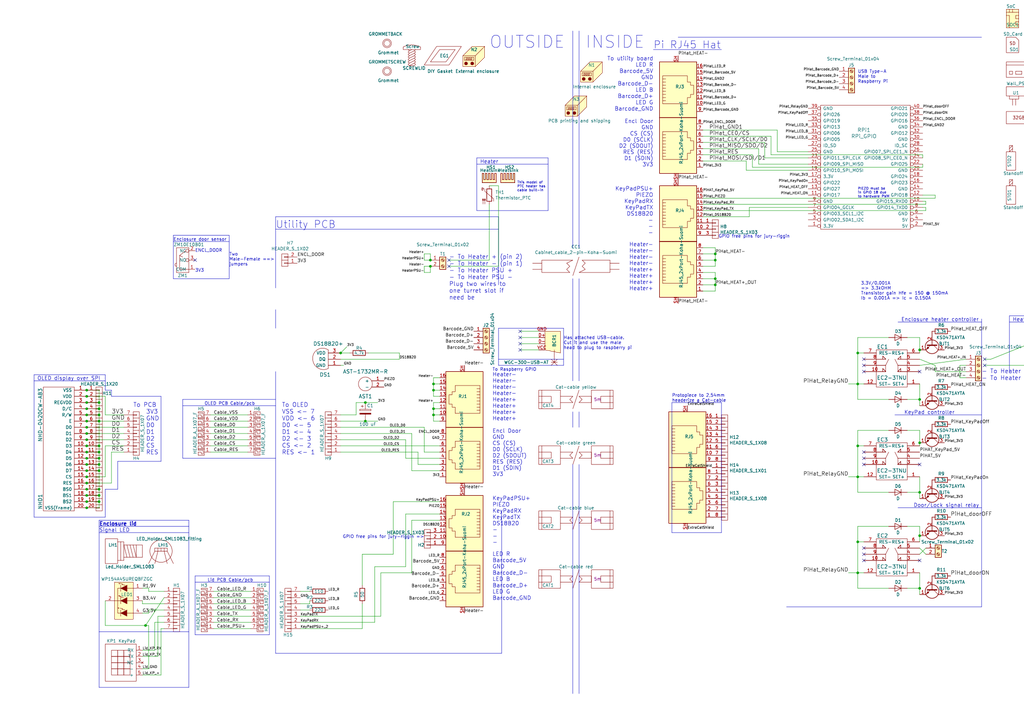
<source format=kicad_sch>
(kicad_sch (version 20230121) (generator eeschema)
  (paper "A3")
  (title_block (title "Authenticator") (rev "0.1") (company "Vaara-kirjastot"))
  (junction (at 149.86 172.72))
  (junction (at 35.56 208.28))
  (junction (at 35.56 205.74))
  (junction (at 293.37 114.3))
  (junction (at 293.37 106.68))
  (junction (at 35.56 172.72))
  (junction (at 377.19 201.93))
  (junction (at 59.69 256.54))
  (junction (at 35.56 167.64))
  (junction (at 149.86 165.1))
  (junction (at 351.79 234.95))
  (junction (at 35.56 182.88))
  (junction (at 351.79 195.58))
  (junction (at 377.19 181.61))
  (junction (at 40.64 182.88))
  (junction (at 293.37 116.84))
  (junction (at 177.8 167.64))
  (junction (at 293.37 104.14))
  (junction (at 35.56 180.34))
  (junction (at 40.64 172.72))
  (junction (at 377.19 163.83))
  (junction (at 35.56 162.56))
  (junction (at 35.56 170.18))
  (junction (at 377.19 219.71))
  (junction (at 40.64 185.42))
  (junction (at 351.79 144.78))
  (junction (at 40.64 187.96))
  (junction (at 35.56 193.04))
  (junction (at 35.56 200.66))
  (junction (at 35.56 175.26))
  (junction (at 40.64 190.5))
  (junction (at 177.8 170.18))
  (junction (at 177.8 157.48))
  (junction (at 177.8 160.02))
  (junction (at 40.64 205.74))
  (junction (at 35.56 165.1))
  (junction (at 35.56 198.12))
  (junction (at 35.56 177.8))
  (junction (at 35.56 190.5))
  (junction (at 40.64 203.2))
  (junction (at 40.64 170.18))
  (junction (at 35.56 160.02))
  (junction (at 40.64 200.66))
  (junction (at 35.56 185.42))
  (junction (at 35.56 203.2))
  (junction (at 176.53 109.22))
  (junction (at 351.79 222.25))
  (junction (at 351.79 182.88))
  (junction (at 377.19 241.3))
  (junction (at 377.19 143.51))
  (junction (at 176.53 106.68))
  (junction (at 40.64 193.04))
  (junction (at 351.79 157.48))
  (junction (at 139.7 144.78))
  (junction (at 35.56 187.96))
  (junction (at 40.64 167.64))
  (junction (at 40.64 165.1))
  (junction (at 35.56 195.58))
  (no_connect (at 184.15 109.22))
  (no_connect (at 213.36 135.89))
  (no_connect (at 354.33 227.33))
  (no_connect (at 377.19 229.87))
  (no_connect (at 354.33 149.86))
  (no_connect (at 354.33 224.79))
  (no_connect (at 354.33 187.96))
  (no_connect (at 213.36 140.97))
  (no_connect (at 354.33 190.5))
  (no_connect (at 403.86 147.32))
  (no_connect (at 354.33 229.87))
  (no_connect (at 377.19 190.5))
  (no_connect (at 213.36 138.43))
  (no_connect (at 403.86 149.86))
  (no_connect (at 184.15 106.68))
  (no_connect (at 354.33 152.4))
  (no_connect (at 354.33 147.32))
  (no_connect (at 354.33 185.42))
  (no_connect (at 213.36 143.51))
  (no_connect (at 377.19 152.4))
  (no_connect (at 80.01 106.68))
  (wire (pts (xy 204.47 109.22) (xy 184.15 109.22)))
  (wire (pts (xy 331.47 62.23) (xy 318.77 62.23)))
  (wire (pts (xy 288.29 106.68) (xy 293.37 106.68)))
  (wire (pts (xy 377.19 241.3) (xy 377.19 243.84)))
  (polyline (pts (xy 113.03 267.97) (xy 205.74 267.97)))
  (wire (pts (xy 354.33 182.88) (xy 351.79 182.88)))
  (wire (pts (xy 313.69 58.42) (xy 288.29 58.42)))
  (wire (pts (xy 127 250.19) (xy 123.19 250.19)))
  (wire (pts (xy 173.99 109.22) (xy 176.53 109.22)))
  (polyline (pts (xy 113.03 88.9) (xy 204.47 88.9)))
  (wire (pts (xy 377.19 143.51) (xy 377.19 144.78)))
  (polyline (pts (xy 93.98 114.3) (xy 93.98 96.52)))
  (wire (pts (xy 63.5 255.27) (xy 67.31 255.27)))
  (wire (pts (xy 293.37 114.3) (xy 288.29 114.3)))
  (polyline (pts (xy 45.72 160.02) (xy 45.72 162.56)))
  (wire (pts (xy 35.56 185.42) (xy 40.64 185.42)))
  (wire (pts (xy 101.6 172.72) (xy 86.36 172.72)))
  (wire (pts (xy 151.13 144.78) (xy 163.83 144.78)))
  (polyline (pts (xy 43.18 200.66) (xy 48.26 200.66)))
  (wire (pts (xy 351.79 195.58) (xy 351.79 201.93)))
  (polyline (pts (xy 231.14 147.32) (xy 204.47 147.32)))
  (wire (pts (xy 40.64 190.5) (xy 40.64 193.04)))
  (wire (pts (xy 308.61 63.5) (xy 308.61 68.58)))
  (polyline (pts (xy 74.93 166.37) (xy 113.03 166.37)))
  (wire (pts (xy 351.79 195.58) (xy 354.33 195.58)))
  (wire (pts (xy 378.46 68.58) (xy 308.61 68.58)))
  (wire (pts (xy 148.59 227.33) (xy 161.29 227.33)))
  (wire (pts (xy 220.98 143.51) (xy 213.36 143.51)))
  (wire (pts (xy 351.79 234.95) (xy 354.33 234.95)))
  (wire (pts (xy 127 247.65) (xy 127 246.38)))
  (wire (pts (xy 143.51 144.78) (xy 139.7 144.78)))
  (wire (pts (xy 406.4 147.32) (xy 438.15 134.62)))
  (wire (pts (xy 86.36 177.8) (xy 101.6 177.8)))
  (wire (pts (xy 66.04 276.86) (xy 66.04 257.81)))
  (wire (pts (xy 102.87 257.81) (xy 87.63 257.81)))
  (wire (pts (xy 148.59 247.65) (xy 148.59 257.81)))
  (wire (pts (xy 307.34 88.9) (xy 307.34 85.09)))
  (polyline (pts (xy 445.77 129.54) (xy 445.77 152.4)))
  (wire (pts (xy 378.46 64.77) (xy 378.46 63.5)))
  (wire (pts (xy 307.34 85.09) (xy 331.47 85.09)))
  (wire (pts (xy 293.37 111.76) (xy 293.37 114.3)))
  (wire (pts (xy 63.5 266.7) (xy 63.5 255.27)))
  (polyline (pts (xy 74.93 187.96) (xy 113.03 187.96)))
  (wire (pts (xy 35.56 180.34) (xy 50.8 180.34)))
  (wire (pts (xy 177.8 162.56) (xy 177.8 160.02)))
  (polyline (pts (xy 40.64 281.94) (xy 77.47 281.94)))
  (polyline (pts (xy 43.18 153.67) (xy 13.97 153.67)))
  (wire (pts (xy 377.19 219.71) (xy 377.19 222.25)))
  (wire (pts (xy 177.8 167.64) (xy 177.8 165.1)))
  (wire (pts (xy 148.59 257.81) (xy 123.19 257.81)))
  (wire (pts (xy 40.64 200.66) (xy 40.64 203.2)))
  (wire (pts (xy 149.86 172.72) (xy 154.94 172.72)))
  (wire (pts (xy 311.15 60.96) (xy 288.29 60.96)))
  (wire (pts (xy 311.15 60.96) (xy 311.15 67.31)))
  (wire (pts (xy 396.24 147.32) (xy 377.19 149.86)))
  (wire (pts (xy 377.19 181.61) (xy 377.19 176.53)))
  (wire (pts (xy 288.29 81.28) (xy 383.54 81.28)))
  (wire (pts (xy 308.61 63.5) (xy 288.29 63.5)))
  (wire (pts (xy 288.29 109.22) (xy 293.37 109.22)))
  (wire (pts (xy 40.64 172.72) (xy 50.8 172.72)))
  (wire (pts (xy 377.19 201.93) (xy 377.19 204.47)))
  (wire (pts (xy 200.66 83.82) (xy 200.66 106.68)))
  (polyline (pts (xy 234.95 190.5) (xy 234.95 284.48)))
  (polyline (pts (xy 113.03 88.9) (xy 113.03 118.11)))
  (wire (pts (xy 87.63 250.19) (xy 102.87 250.19)))
  (polyline (pts (xy 234.95 101.6) (xy 234.95 12.7)))
  (wire (pts (xy 354.33 144.78) (xy 351.79 144.78)))
  (polyline (pts (xy 43.18 160.02) (xy 45.72 160.02)))
  (wire (pts (xy 166.37 180.34) (xy 166.37 187.96)))
  (wire (pts (xy 35.56 190.5) (xy 40.64 190.5)))
  (polyline (pts (xy 80.01 260.35) (xy 80.01 236.22)))
  (polyline (pts (xy 368.3 208.28) (xy 402.59 208.28)))
  (wire (pts (xy 35.56 200.66) (xy 40.64 200.66)))
  (wire (pts (xy 177.8 172.72) (xy 177.8 170.18)))
  (polyline (pts (xy 13.97 212.09) (xy 43.18 212.09)))
  (wire (pts (xy 35.56 203.2) (xy 40.64 203.2)))
  (wire (pts (xy 35.56 177.8) (xy 50.8 177.8)))
  (wire (pts (xy 166.37 210.82) (xy 166.37 232.41)))
  (polyline (pts (xy 234.95 175.26) (xy 234.95 168.91)))
  (polyline (pts (xy 80.01 260.35) (xy 110.49 260.35)))
  (wire (pts (xy 35.56 198.12) (xy 45.72 198.12)))
  (wire (pts (xy 200.66 76.2) (xy 204.47 76.2)))
  (wire (pts (xy 379.73 83.82) (xy 379.73 82.55)))
  (wire (pts (xy 102.87 252.73) (xy 87.63 252.73)))
  (wire (pts (xy 87.63 255.27) (xy 102.87 255.27)))
  (wire (pts (xy 87.63 242.57) (xy 102.87 242.57)))
  (polyline (pts (xy 367.03 170.18) (xy 402.59 170.18)))
  (wire (pts (xy 173.99 111.76) (xy 176.53 111.76)))
  (wire (pts (xy 318.77 53.34) (xy 288.29 53.34)))
  (polyline (pts (xy 80.01 236.22) (xy 110.49 236.22)))
  (wire (pts (xy 171.45 190.5) (xy 171.45 185.42)))
  (wire (pts (xy 139.7 149.86) (xy 140.97 149.86)))
  (wire (pts (xy 149.86 165.1) (xy 154.94 165.1)))
  (polyline (pts (xy 43.18 212.09) (xy 43.18 200.66)))
  (wire (pts (xy 180.34 182.88) (xy 139.7 182.88)))
  (wire (pts (xy 43.18 162.56) (xy 43.18 170.18)))
  (wire (pts (xy 293.37 109.22) (xy 293.37 106.68)))
  (polyline (pts (xy 48.26 189.23) (xy 66.04 189.23)))
  (polyline (pts (xy 237.49 114.3) (xy 237.49 156.21)))
  (wire (pts (xy 40.64 182.88) (xy 40.64 185.42)))
  (polyline (pts (xy 204.47 88.9) (xy 204.47 116.84)))
  (wire (pts (xy 40.64 165.1) (xy 40.64 167.64)))
  (wire (pts (xy 35.56 172.72) (xy 40.64 172.72)))
  (wire (pts (xy 161.29 227.33) (xy 161.29 205.74)))
  (wire (pts (xy 288.29 111.76) (xy 293.37 111.76)))
  (wire (pts (xy 220.98 138.43) (xy 213.36 138.43)))
  (wire (pts (xy 176.53 111.76) (xy 176.53 109.22)))
  (wire (pts (xy 139.7 180.34) (xy 166.37 180.34)))
  (wire (pts (xy 156.21 252.73) (xy 156.21 234.95)))
  (wire (pts (xy 180.34 170.18) (xy 177.8 170.18)))
  (wire (pts (xy 45.72 185.42) (xy 50.8 185.42)))
  (wire (pts (xy 168.91 213.36) (xy 180.34 213.36)))
  (wire (pts (xy 58.42 251.46) (xy 60.96 251.46)))
  (wire (pts (xy 288.29 86.36) (xy 379.73 86.36)))
  (wire (pts (xy 40.64 160.02) (xy 35.56 160.02)))
  (wire (pts (xy 180.34 165.1) (xy 177.8 165.1)))
  (wire (pts (xy 316.23 63.5) (xy 316.23 55.88)))
  (wire (pts (xy 123.19 255.27) (xy 153.67 255.27)))
  (wire (pts (xy 377.19 201.93) (xy 372.11 201.93)))
  (polyline (pts (xy 40.64 213.36) (xy 40.64 281.94)))
  (wire (pts (xy 177.8 170.18) (xy 177.8 167.64)))
  (wire (pts (xy 403.86 149.86) (xy 438.15 149.86)))
  (wire (pts (xy 123.19 252.73) (xy 156.21 252.73)))
  (polyline (pts (xy 267.97 20.32) (xy 295.91 20.32)))
  (wire (pts (xy 60.96 251.46) (xy 60.96 250.19)))
  (wire (pts (xy 220.98 140.97) (xy 213.36 140.97)))
  (polyline (pts (xy 48.26 200.66) (xy 48.26 189.23)))
  (wire (pts (xy 86.36 175.26) (xy 101.6 175.26)))
  (wire (pts (xy 173.99 104.14) (xy 176.53 104.14)))
  (wire (pts (xy 377.19 215.9) (xy 377.19 219.71)))
  (wire (pts (xy 35.56 175.26) (xy 50.8 175.26)))
  (polyline (pts (xy 237.49 101.6) (xy 237.49 12.7)))
  (wire (pts (xy 351.79 182.88) (xy 351.79 195.58)))
  (polyline (pts (xy 195.58 86.36) (xy 195.58 64.77)))
  (wire (pts (xy 43.18 182.88) (xy 50.8 182.88)))
  (wire (pts (xy 40.64 172.72) (xy 40.64 182.88)))
  (wire (pts (xy 372.11 241.3) (xy 377.19 241.3)))
  (wire (pts (xy 180.34 154.94) (xy 177.8 154.94)))
  (wire (pts (xy 35.56 167.64) (xy 40.64 167.64)))
  (wire (pts (xy 168.91 234.95) (xy 168.91 213.36)))
  (wire (pts (xy 35.56 182.88) (xy 40.64 182.88)))
  (wire (pts (xy 351.79 234.95) (xy 351.79 241.3)))
  (wire (pts (xy 293.37 106.68) (xy 293.37 104.14)))
  (wire (pts (xy 364.49 215.9) (xy 351.79 215.9)))
  (wire (pts (xy 377.19 157.48) (xy 377.19 163.83)))
  (polyline (pts (xy 113.03 152.4) (xy 113.03 267.97)))
  (polyline (pts (xy 205.74 267.97) (xy 205.74 209.55)))
  (wire (pts (xy 393.7 149.86) (xy 393.7 154.94)))
  (wire (pts (xy 43.18 170.18) (xy 50.8 170.18)))
  (wire (pts (xy 127 242.57) (xy 123.19 242.57)))
  (wire (pts (xy 58.42 266.7) (xy 63.5 266.7)))
  (wire (pts (xy 306.07 66.04) (xy 288.29 66.04)))
  (wire (pts (xy 316.23 55.88) (xy 288.29 55.88)))
  (polyline (pts (xy 275.59 165.1) (xy 295.91 165.1)))
  (wire (pts (xy 173.99 175.26) (xy 139.7 175.26)))
  (wire (pts (xy 60.96 274.32) (xy 60.96 256.54)))
  (polyline (pts (xy 110.49 260.35) (xy 110.49 236.22)))
  (wire (pts (xy 35.56 170.18) (xy 40.64 170.18)))
  (wire (pts (xy 146.05 170.18) (xy 146.05 165.1)))
  (wire (pts (xy 396.24 152.4) (xy 383.54 152.4)))
  (wire (pts (xy 43.18 195.58) (xy 43.18 182.88)))
  (polyline (pts (xy 77.47 213.36) (xy 40.64 213.36)))
  (polyline (pts (xy 224.79 67.31) (xy 195.58 67.31)))
  (wire (pts (xy 35.56 165.1) (xy 40.64 165.1)))
  (wire (pts (xy 379.73 227.33) (xy 377.19 224.79)))
  (wire (pts (xy 406.4 147.32) (xy 403.86 147.32)))
  (wire (pts (xy 139.7 147.32) (xy 163.83 147.32)))
  (polyline (pts (xy 80.01 238.76) (xy 110.49 238.76)))
  (wire (pts (xy 377.19 241.3) (xy 377.19 234.95)))
  (wire (pts (xy 139.7 170.18) (xy 146.05 170.18)))
  (wire (pts (xy 396.24 149.86) (xy 393.7 149.86)))
  (wire (pts (xy 351.79 138.43) (xy 364.49 138.43)))
  (polyline (pts (xy 13.97 153.67) (xy 13.97 212.09)))
  (wire (pts (xy 377.19 215.9) (xy 372.11 215.9)))
  (wire (pts (xy 200.66 106.68) (xy 184.15 106.68)))
  (wire (pts (xy 35.56 195.58) (xy 43.18 195.58)))
  (wire (pts (xy 351.79 144.78) (xy 351.79 138.43)))
  (wire (pts (xy 58.42 269.24) (xy 64.77 269.24)))
  (polyline (pts (xy 295.91 218.44) (xy 275.59 218.44)))
  (wire (pts (xy 351.79 215.9) (xy 351.79 222.25)))
  (wire (pts (xy 288.29 88.9) (xy 307.34 88.9)))
  (wire (pts (xy 351.79 157.48) (xy 351.79 163.83)))
  (wire (pts (xy 35.56 193.04) (xy 40.64 193.04)))
  (wire (pts (xy 180.34 162.56) (xy 177.8 162.56)))
  (wire (pts (xy 177.8 160.02) (xy 177.8 157.48)))
  (wire (pts (xy 288.29 104.14) (xy 293.37 104.14)))
  (wire (pts (xy 313.69 64.77) (xy 313.69 58.42)))
  (wire (pts (xy 40.64 208.28) (xy 35.56 208.28)))
  (polyline (pts (xy 237.49 168.91) (xy 237.49 175.26)))
  (wire (pts (xy 383.54 152.4) (xy 383.54 149.86)))
  (wire (pts (xy 43.18 256.54) (xy 59.69 256.54)))
  (wire (pts (xy 351.79 222.25) (xy 351.79 234.95)))
  (wire (pts (xy 40.64 205.74) (xy 40.64 208.28)))
  (wire (pts (xy 351.79 157.48) (xy 351.79 144.78)))
  (wire (pts (xy 40.64 193.04) (xy 40.64 200.66)))
  (wire (pts (xy 102.87 245.11) (xy 87.63 245.11)))
  (wire (pts (xy 378.46 63.5) (xy 316.23 63.5)))
  (wire (pts (xy 153.67 255.27) (xy 153.67 232.41)))
  (wire (pts (xy 378.46 67.31) (xy 378.46 68.58)))
  (wire (pts (xy 176.53 106.68) (xy 173.99 106.68)))
  (wire (pts (xy 43.18 246.38) (xy 43.18 256.54)))
  (polyline (pts (xy 204.47 134.62) (xy 231.14 134.62)))
  (wire (pts (xy 293.37 104.14) (xy 293.37 101.6)))
  (wire (pts (xy 351.79 201.93) (xy 364.49 201.93)))
  (polyline (pts (xy 445.77 132.08) (xy 414.02 132.08)))
  (wire (pts (xy 64.77 252.73) (xy 67.31 252.73)))
  (wire (pts (xy 331.47 67.31) (xy 311.15 67.31)))
  (wire (pts (xy 59.69 256.54) (xy 67.31 245.11)))
  (wire (pts (xy 60.96 256.54) (xy 59.69 256.54)))
  (polyline (pts (xy 224.79 86.36) (xy 195.58 86.36)))
  (wire (pts (xy 354.33 157.48) (xy 351.79 157.48)))
  (wire (pts (xy 220.98 135.89) (xy 213.36 135.89)))
  (wire (pts (xy 66.04 257.81) (xy 67.31 257.81)))
  (wire (pts (xy 288.29 83.82) (xy 379.73 83.82)))
  (polyline (pts (xy 402.59 130.81) (xy 402.59 248.92)))
  (polyline (pts (xy 295.91 165.1) (xy 295.91 218.44)))
  (wire (pts (xy 168.91 193.04) (xy 168.91 177.8)))
  (polyline (pts (xy 231.14 149.86) (xy 231.14 134.62)))
  (polyline (pts (xy 93.98 96.52) (xy 71.12 96.52)))
  (wire (pts (xy 64.77 269.24) (xy 64.77 252.73)))
  (polyline (pts (xy 278.13 15.24) (xy 402.59 15.24)))
  (wire (pts (xy 377.19 138.43) (xy 377.19 143.51)))
  (wire (pts (xy 168.91 177.8) (xy 139.7 177.8)))
  (polyline (pts (xy 77.47 218.44) (xy 40.64 218.44)))
  (polyline (pts (xy 71.12 96.52) (xy 71.12 114.3)))
  (polyline (pts (xy 204.47 149.86) (xy 204.47 134.62)))
  (wire (pts (xy 35.56 187.96) (xy 40.64 187.96)))
  (polyline (pts (xy 368.3 132.08) (xy 402.59 132.08)))
  (wire (pts (xy 351.79 222.25) (xy 354.33 222.25)))
  (polyline (pts (xy 66.04 189.23) (xy 66.04 162.56)))
  (wire (pts (xy 58.42 241.3) (xy 60.96 241.3)))
  (wire (pts (xy 101.6 185.42) (xy 86.36 185.42)))
  (wire (pts (xy 60.96 250.19) (xy 67.31 250.19)))
  (wire (pts (xy 58.42 247.65) (xy 67.31 247.65)))
  (wire (pts (xy 173.99 109.22) (xy 173.99 111.76)))
  (polyline (pts (xy 74.93 187.96) (xy 74.93 163.83)))
  (wire (pts (xy 60.96 242.57) (xy 67.31 242.57)))
  (wire (pts (xy 180.34 210.82) (xy 166.37 210.82)))
  (wire (pts (xy 180.34 187.96) (xy 166.37 187.96)))
  (wire (pts (xy 87.63 247.65) (xy 102.87 247.65)))
  (wire (pts (xy 377.19 163.83) (xy 372.11 163.83)))
  (polyline (pts (xy 195.58 64.77) (xy 224.79 64.77)))
  (polyline (pts (xy 234.95 114.3) (xy 234.95 156.21)))
  (wire (pts (xy 40.64 160.02) (xy 40.64 165.1)))
  (wire (pts (xy 377.19 176.53) (xy 372.11 176.53)))
  (wire (pts (xy 351.79 182.88) (xy 351.79 176.53)))
  (polyline (pts (xy 224.79 64.77) (xy 224.79 86.36)))
  (wire (pts (xy 306.07 69.85) (xy 331.47 69.85)))
  (polyline (pts (xy 40.64 215.9) (xy 77.47 215.9)))
  (polyline (pts (xy 322.58 248.92) (xy 402.59 248.92)))
  (wire (pts (xy 372.11 138.43) (xy 377.19 138.43)))
  (wire (pts (xy 377.19 147.32) (xy 383.54 149.86)))
  (wire (pts (xy 377.19 182.88) (xy 377.19 181.61)))
  (polyline (pts (xy 237.49 190.5) (xy 237.49 284.48)))
  (polyline (pts (xy 40.64 259.08) (xy 77.47 259.08)))
  (polyline (pts (xy 414.02 129.54) (xy 445.77 129.54)))
  (wire (pts (xy 171.45 185.42) (xy 139.7 185.42)))
  (wire (pts (xy 180.34 160.02) (xy 177.8 160.02)))
  (polyline (pts (xy 71.12 99.06) (xy 93.98 99.06)))
  (wire (pts (xy 58.42 276.86) (xy 66.04 276.86)))
  (wire (pts (xy 288.29 119.38) (xy 293.37 119.38)))
  (wire (pts (xy 351.79 176.53) (xy 364.49 176.53)))
  (wire (pts (xy 123.19 247.65) (xy 127 247.65)))
  (wire (pts (xy 173.99 104.14) (xy 173.99 106.68)))
  (wire (pts (xy 351.79 241.3) (xy 364.49 241.3)))
  (wire (pts (xy 86.36 170.18) (xy 101.6 170.18)))
  (wire (pts (xy 351.79 234.95) (xy 347.98 234.95)))
  (polyline (pts (xy 414.02 152.4) (xy 414.02 129.54)))
  (wire (pts (xy 180.34 157.48) (xy 177.8 157.48)))
  (wire (pts (xy 40.64 170.18) (xy 40.64 172.72)))
  (wire (pts (xy 180.34 185.42) (xy 173.99 185.42)))
  (wire (pts (xy 40.64 203.2) (xy 40.64 205.74)))
  (polyline (pts (xy 13.97 156.21) (xy 43.18 156.21)))
  (wire (pts (xy 351.79 195.58) (xy 347.98 195.58)))
  (wire (pts (xy 156.21 234.95) (xy 168.91 234.95)))
  (wire (pts (xy 293.37 119.38) (xy 293.37 116.84)))
  (wire (pts (xy 383.54 81.28) (xy 383.54 80.01)))
  (polyline (pts (xy 45.72 162.56) (xy 66.04 162.56)))
  (wire (pts (xy 35.56 162.56) (xy 43.18 162.56)))
  (wire (pts (xy 58.42 246.38) (xy 58.42 247.65)))
  (wire (pts (xy 377.19 195.58) (xy 377.19 201.93)))
  (wire (pts (xy 101.6 180.34) (xy 86.36 180.34)))
  (wire (pts (xy 204.47 76.2) (xy 204.47 109.22)))
  (wire (pts (xy 153.67 232.41) (xy 166.37 232.41)))
  (polyline (pts (xy 275.59 218.44) (xy 275.59 165.1)))
  (wire (pts (xy 60.96 241.3) (xy 60.96 242.57)))
  (wire (pts (xy 313.69 64.77) (xy 331.47 64.77)))
  (wire (pts (xy 318.77 62.23) (xy 318.77 53.34)))
  (wire (pts (xy 35.56 205.74) (xy 40.64 205.74)))
  (wire (pts (xy 378.46 82.55) (xy 379.73 82.55)))
  (wire (pts (xy 293.37 101.6) (xy 288.29 101.6)))
  (wire (pts (xy 180.34 167.64) (xy 177.8 167.64)))
  (wire (pts (xy 288.29 116.84) (xy 293.37 116.84)))
  (wire (pts (xy 180.34 172.72) (xy 177.8 172.72)))
  (wire (pts (xy 148.59 227.33) (xy 148.59 240.03)))
  (wire (pts (xy 40.64 167.64) (xy 40.64 170.18)))
  (wire (pts (xy 40.64 187.96) (xy 40.64 190.5)))
  (wire (pts (xy 161.29 205.74) (xy 180.34 205.74)))
  (wire (pts (xy 173.99 185.42) (xy 173.99 175.26)))
  (polyline (pts (xy 113.03 127) (xy 113.03 134.62)))
  (wire (pts (xy 180.34 190.5) (xy 171.45 190.5)))
  (polyline (pts (xy 43.18 153.67) (xy 43.18 160.02)))
  (wire (pts (xy 379.73 224.79) (xy 377.19 227.33)))
  (wire (pts (xy 40.64 185.42) (xy 40.64 187.96)))
  (wire (pts (xy 180.34 193.04) (xy 168.91 193.04)))
  (wire (pts (xy 139.7 144.78) (xy 142.24 142.24)))
  (polyline (pts (xy 113.03 93.98) (xy 204.47 93.98)))
  (wire (pts (xy 176.53 104.14) (xy 176.53 106.68)))
  (wire (pts (xy 383.54 80.01) (xy 378.46 80.01)))
  (wire (pts (xy 293.37 116.84) (xy 293.37 114.3)))
  (wire (pts (xy 86.36 182.88) (xy 101.6 182.88)))
  (wire (pts (xy 177.8 157.48) (xy 177.8 154.94)))
  (wire (pts (xy 146.05 165.1) (xy 149.86 165.1)))
  (wire (pts (xy 45.72 198.12) (xy 45.72 185.42)))
  (wire (pts (xy 58.42 274.32) (xy 60.96 274.32)))
  (wire (pts (xy 379.73 86.36) (xy 379.73 85.09)))
  (polyline (pts (xy 77.47 213.36) (xy 77.47 281.94)))
  (wire (pts (xy 163.83 144.78) (xy 163.83 147.32)))
  (wire (pts (xy 139.7 172.72) (xy 149.86 172.72)))
  (wire (pts (xy 377.19 163.83) (xy 377.19 166.37)))
  (wire (pts (xy 351.79 163.83) (xy 364.49 163.83)))
  (wire (pts (xy 306.07 69.85) (xy 306.07 66.04)))
  (polyline (pts (xy 71.12 114.3) (xy 93.98 114.3)))
  (polyline (pts (xy 204.47 149.86) (xy 231.14 149.86)))
  (wire (pts (xy 393.7 154.94) (xy 396.24 154.94)))
  (polyline (pts (xy 74.93 163.83) (xy 113.03 163.83)))
  (wire (pts (xy 351.79 157.48) (xy 347.98 157.48)))
  (wire (pts (xy 379.73 85.09) (xy 378.46 85.09)))
  (text "INSIDE" (at 240.03 20.32 0) (effects (font (size 5.0038 5.0038)) (justify left bottom)))
  (text "3.3V/0.001A\n=> 3.3kOHM\nTransistor gain Hfe = 150 @ 150mA\nIb = 0.001A => Ic = 0.150A" (at 353.06 123.19 0) (effects (font (size 1.27 1.27)) (justify left bottom)))
  (text "GPIO free pins for jury-riggin" (at 294.64 97.79 0) (effects (font (size 1.27 1.27)) (justify left bottom)))
  (text "USB Type-A\nMale to\nRaspberry Pi" (at 351.79 34.29 0) (effects (font (size 1.27 1.27)) (justify left bottom)))
  (text "OLED display over SPI" (at 15.24 156.21 0) (effects (font (size 1.524 1.524)) (justify left bottom)))
  (text "Two\nMale-Female ==>\njumpers" (at 93.98 109.22 0) (effects (font (size 1.27 1.27)) (justify left bottom)))
  (text "Has attached USB-cable.\nCut it and use the male\nhead to plug to raspberry pi" (at 231.14 143.51 0) (effects (font (size 1.27 1.27)) (justify left bottom)))
  (text "OLED PCB Cable/pcb" (at 83.82 166.37 0) (effects (font (size 1.27 1.27)) (justify left bottom)))
  (text "- To Heater + (pin 2)\n- To Heater - (pin 1)\n- To Heater PSU +\n- To Heater PSU -\nPlug two wires to\none turret slot if\nneed be" (at 184.15 123.19 0) (effects (font (size 1.7272 1.7272)) (justify left bottom)))
  (text "This model of\nPTC heater has\ncable built-in" (at 212.09 78.74 0) (effects (font (size 0.9906 0.9906)) (justify left bottom)))
  (text "\nKeyPadPSU+\nPIEZO\nKeyPadRX\nKeyPadTX\nDS18B20\n-\n-\n-" (at 201.93 223.52 0) (effects (font (size 1.6002 1.6002)) (justify left bottom)))
  (text "KeyPad controller" (at 370.84 170.18 0) (effects (font (size 1.524 1.524)) (justify left bottom)))
  (text "Lid PCB Cable/pcb" (at 85.09 238.76 0) (effects (font (size 1.27 1.27)) (justify left bottom)))
  (text "Heater PSU" (at 415.29 132.08 0) (effects (font (size 1.524 1.524)) (justify left bottom)))
  (text "OUTSIDE" (at 200.66 20.32 0) (effects (font (size 5.0038 5.0038)) (justify left bottom)))
  (text "To PCB\n    3V3\n    GND\n    D0\n    D1\n    D2\n    CS\n    RES" (at 54.61 186.69 0) (effects (font (size 1.7272 1.7272)) (justify left bottom)))
  (text "- To Heater + (pin 2)\n- To Heater - (pin 1)" (at 402.59 156.21 0) (effects (font (size 1.7272 1.7272)) (justify left bottom)))
  (text "\nHeater-\nHeater-\nHeater-\nHeater-\nHeater+\nHeater+\nHeater+\nHeater+" (at 267.97 119.38 0) (effects (font (size 1.6002 1.6002)) (justify right bottom)))
  (text "To OLED\nVSS <- 7\nVDD <- 6\nD0 <- 5\nD1 <- 4\nD2 <- 3\nCS <- 2\nRES <- 1" (at 115.57 186.69 0) (effects (font (size 1.7272 1.7272)) (justify left bottom)))
  (text "Door/Lock signal relay" (at 374.65 208.28 0) (effects (font (size 1.524 1.524)) (justify left bottom)))
  (text "Pi RJ45 Hat" (at 267.97 20.32 0) (effects (font (size 2.9972 2.9972)) (justify left bottom)))
  (text "Enclosure lid" (at 40.64 215.9 0) (effects (font (size 1.524 1.524) (thickness 0.3048) bold) (justify left bottom)))
  (text "\nEncl Door\nGND\nCS (CS)\nD0 (SCLK)\nD2 (SDOUT)\nRES (RES)\nD1 (SDIN)\n3V3" (at 267.97 68.58 0) (effects (font (size 1.5748 1.5748)) (justify right bottom)))
  (text "PIEZO must be\nin GPIO 18 due\nto hardware PWM" (at 351.79 81.28 0) (effects (font (size 0.9906 0.9906)) (justify left bottom)))
  (text "To utility board\nLED R\nBarcode_5V\nGND\nBarcode_D-\nLED B\nBarcode_D+\nLED G\nBarcode_GND" (at 267.97 45.72 0) (effects (font (size 1.6002 1.6002)) (justify right bottom)))
  (text "To Raspberry GPIO" (at 201.93 152.4 0) (effects (font (size 1.27 1.27)) (justify left bottom)))
  (text "\nHeater-\nHeater-\nHeater-\nHeater-\nHeater+\nHeater+\nHeater+\nHeater+" (at 201.93 172.72 0) (effects (font (size 1.6002 1.6002)) (justify left bottom)))
  (text "Utility PCB" (at 113.03 93.98 0) (effects (font (size 2.9972 2.9972)) (justify left bottom)))
  (text "Protopiece to 2,54mm\nheaderize a Cat-cable" (at 275.59 165.1 0) (effects (font (size 1.27 1.27)) (justify left bottom)))
  (text "GPIO free pins for jury-riggin =>" (at 173.99 220.98 0) (effects (font (size 1.27 1.27)) (justify right bottom)))
  (text "LED R\nBarcode_5V\nGND\nBarcode_D-\nLED B\nBarcode_D+\nLED G\nBarcode_GND" (at 201.93 246.38 0) (effects (font (size 1.6002 1.6002)) (justify left bottom)))
  (text "Signal LED" (at 40.64 218.44 0) (effects (font (size 1.524 1.524)) (justify left bottom)))
  (text "Enclosure door sensor" (at 71.12 99.06 0) (effects (font (size 1.27 1.27)) (justify left bottom)))
  (text "Heater" (at 196.85 67.31 0) (effects (font (size 1.524 1.524)) (justify left bottom)))
  (text "\nKeyPadPSU+\nPIEZO\nKeyPadRX\nKeyPadTX\nDS18B20\n-\n-\n-" (at 267.97 96.52 0) (effects (font (size 1.6002 1.6002)) (justify right bottom)))
  (text "ENCL_DOOR\n\n\n\n3V3" (at 80.01 111.76 0) (effects (font (size 1.27 1.27)) (justify left bottom)))
  (text "Enclosure heater controller" (at 369.57 132.08 0) (effects (font (size 1.524 1.524)) (justify left bottom)))
  (text "\nEncl Door\nGND\nCS (CS)\nD0 (SCLK)\nD2 (SDOUT)\nRES (RES)\nD1 (SDIN)\n3V3" (at 201.93 195.58 0) (effects (font (size 1.5748 1.5748)) (justify left bottom)))
  (label "G3,3V" (at 58.42 251.46 0))
  (label "KeyPadPSU+_2" (at 123.19 257.81 0) (effects (font (size 0.9906 0.9906))))
  (label "3V3" (at 121.92 107.95 0))
  (label "GND" (at 154.94 172.72 0) (effects (font (size 0.9906 0.9906))))
  (label "PiHat_KeyPadOn" (at 331.47 74.93 180) (effects (font (size 0.9906 0.9906))))
  (label "PiHat_GND1" (at 290.83 53.34 0) (effects (font (size 1.5494 1.5494))))
  (label "PiHat_LED_B" (at 288.29 38.1 0) (effects (font (size 0.9906 0.9906))))
  (label "Cable_PSU+" (at 88.9 257.81 0))
  (label "Heater-" (at 173.99 109.22 180) (effects (font (size 0.9906 0.9906))))
  (label "PiHat_CE0/CS" (at 290.83 55.88 0) (effects (font (size 1.5494 1.5494))))
  (label "PiHat_HEAT-" (at 278.13 124.46 0))
  (label "PiHAT_5V" (at 377.19 187.96 0))
  (label "PiHat_HEAT_OFF" (at 331.47 77.47 180) (effects (font (size 0.9906 0.9906))))
  (label "OLED_D2" (at 163.83 180.34 180) (effects (font (size 0.9906 0.9906))))
  (label "D1" (at 45.72 177.8 0) (effects (font (size 1.7272 1.7272))))
  (label "PiHat_Heater-" (at 438.15 149.86 180))
  (label "ExtraCatShield" (at 292.1 191.77 180) (effects (font (size 0.9906 0.9906))))
  (label "PiHat_GND2" (at 288.29 33.02 0) (effects (font (size 0.9906 0.9906))))
  (label "3V3" (at 180.34 195.58 180) (effects (font (size 0.9906 0.9906))))
  (label "ExtraCatShield" (at 281.94 217.17 0) (effects (font (size 0.9906 0.9906))))
  (label "PiHat_Barcode_D-" (at 288.29 35.56 0) (effects (font (size 0.9906 0.9906))))
  (label "Cable_D0" (at 87.63 175.26 0))
  (label "PiHat_LED_B" (at 331.47 54.61 180) (effects (font (size 0.9906 0.9906))))
  (label "PiHat_MOSI/SDI/D1" (at 290.83 66.04 0) (effects (font (size 1.5494 1.5494))))
  (label "PiHat_HEAT_ON" (at 331.47 80.01 180) (effects (font (size 0.9906 0.9906))))
  (label "PiHat_KeyPadOn" (at 389.89 196.85 0))
  (label "3V3" (at 45.72 170.18 0) (effects (font (size 1.7272 1.7272))))
  (label "OLED_RES" (at 163.83 185.42 180) (effects (font (size 0.9906 0.9906))))
  (label "LED_G" (at 134.62 250.19 0) (effects (font (size 0.9906 0.9906))))
  (label "Cable_LED_R" (at 88.9 242.57 0))
  (label "Lid_KP_+" (at 58.42 276.86 0) (effects (font (size 0.9906 0.9906))))
  (label "RES" (at 45.72 185.42 0) (effects (font (size 1.7272 1.7272))))
  (label "Heater+" (at 177.8 165.1 180) (effects (font (size 0.9906 0.9906))))
  (label "GND" (at 140.97 149.86 0) (effects (font (size 0.9906 0.9906))))
  (label "Barcode_D+" (at 194.31 138.43 180))
  (label "PiHat_HEAT-" (at 278.13 73.66 0))
  (label "PiHat_HEAT+_OUT" (at 396.24 152.4 180))
  (label "Cable_CS" (at 87.63 182.88 0))
  (label "PiHat_ENCL_DOOR" (at 378.46 49.53 0) (effects (font (size 0.9906 0.9906))))
  (label "PiHat_LED_G" (at 288.29 43.18 0) (effects (font (size 0.9906 0.9906))))
  (label "Cable_TX" (at 88.9 252.73 0))
  (label "PiHat_DS18B20" (at 288.29 88.9 0) (effects (font (size 0.9906 0.9906))))
  (label "Barcode_GND" (at 194.31 135.89 180))
  (label "CS" (at 45.72 182.88 0) (effects (font (size 1.7272 1.7272))))
  (label "LED_B" (at 134.62 246.38 0) (effects (font (size 0.9906 0.9906))))
  (label "PiHat_3V3" (at 387.35 166.37 0) (effects (font (size 0.9906 0.9906))))
  (label "ENCL_DOOR" (at 121.92 105.41 0))
  (label "PiHat_Barcode_GND" (at 288.29 45.72 0) (effects (font (size 0.9906 0.9906))))
  (label "PiHat_LED_R" (at 288.29 27.94 0) (effects (font (size 0.9906 0.9906))))
  (label "B3,4V" (at 58.42 246.38 0))
  (label "Heater+" (at 173.99 104.14 180) (effects (font (size 0.9906 0.9906))))
  (label "OLED_CS" (at 163.83 182.88 180) (effects (font (size 0.9906 0.9906))))
  (label "DS18B20" (at 180.34 215.9 180) (effects (font (size 0.9906 0.9906))))
  (label "PiHat_Barcode_5V" (at 288.29 30.48 0) (effects (font (size 0.9906 0.9906))))
  (label "PiHat_Barcode_D+" (at 288.29 40.64 0) (effects (font (size 0.9906 0.9906))))
  (label "PiHat_Barcode_5V" (at 344.17 36.83 180) (effects (font (size 0.9906 0.9906))))
  (label "Cable_D2" (at 87.63 180.34 0))
  (label "PiHat_3V3" (at 387.35 243.84 0) (effects (font (size 0.9906 0.9906))))
  (label "GND" (at 157.48 158.75 0) (effects (font (size 0.9906 0.9906))))
  (label "OLED_D1" (at 166.37 177.8 180) (effects (font (size 0.9906 0.9906))))
  (label "Lid_KP_RX" (at 58.42 266.7 0) (effects (font (size 0.9906 0.9906))))
  (label "Heater-" (at 177.8 154.94 180) (effects (font (size 0.9906 0.9906))))
  (label "3V3" (at 154.94 165.1 0) (effects (font (size 0.9906 0.9906))))
  (label "Barcode_GND" (at 180.34 246.38 180))
  (label "PiHat_3V3" (at 331.47 72.39 180) (effects (font (size 0.9906 0.9906))))
  (label "KeyPadTX" (at 123.19 252.73 0) (effects (font (size 0.9906 0.9906))))
  (label "D2" (at 45.72 180.34 0) (effects (font (size 1.7272 1.7272))))
  (label "R1,9V" (at 58.42 241.3 0))
  (label "PiHat_LED_R" (at 331.47 52.07 180) (effects (font (size 0.9906 0.9906))))
  (label "PiHat_doorON" (at 389.89 236.22 0) (effects (font (size 1.5494 1.5494))))
  (label "PiHat_Barcode_D-" (at 344.17 34.29 180) (effects (font (size 0.9906 0.9906))))
  (label "PiHat_PIEZO" (at 288.29 81.28 0) (effects (font (size 0.9906 0.9906))))
  (label "PiHat_LED_G" (at 331.47 57.15 180) (effects (font (size 0.9906 0.9906))))
  (label "PiHat_HEAT-" (at 396.24 154.94 180))
  (label "Barcode_5V" (at 194.31 143.51 180))
  (label "HeaterPSU+" (at 173.99 106.68 180) (effects (font (size 0.9906 0.9906))))
  (label "Cable_RES" (at 87.63 185.42 0))
  (label "Heater-" (at 190.5 200.66 0))
  (label "PiHat_RES" (at 290.83 63.5 0) (effects (font (size 1.5494 1.5494))))
  (label "GND" (at 123.19 245.11 0) (effects (font (size 0.9906 0.9906))))
  (label "Barcode_D+" (at 180.34 241.3 180))
  (label "PiHAT_KeyPad_5V" (at 377.19 185.42 0))
  (label "GND" (at 180.34 233.68 180) (effects (font (size 0.9906 0.9906))))
  (label "PiHat_RelayGND" (at 347.98 195.58 180) (effects (font (size 1.5494 1.5494))))
  (label "Cable_LED_B" (at 88.9 247.65 0))
  (label "PIEZO" (at 157.48 156.21 0) (effects (font (size 0.9906 0.9906))))
  (label "PiHat_doorON" (at 378.46 46.99 0) (effects (font (size 0.9906 0.9906))))
  (label "Cable_VSS" (at 87.63 170.18 0))
  (label "PiHat_3V3" (at 387.35 204.47 0) (effects (font (size 0.9906 0.9906))))
  (label "GND" (at 180.34 180.34 180) (effects (font (size 0.9906 0.9906))))
  (label "PiHat_Barcode_D+" (at 344.17 31.75 180) (effects (font (size 0.9906 0.9906))))
  (label "PiHat_HEAT+_OUT" (at 293.37 116.84 0))
  (label "PiHat_GND2" (at 378.46 52.07 0) (effects (font (size 0.9906 0.9906))))
  (label "Cable_VDD" (at 87.63 172.72 0))
  (label "PiHat_3V3" (at 288.29 68.58 0) (effects (font (size 0.9906 0.9906))))
  (label "PiHat_Heater+" (at 438.15 134.62 180))
  (label "Cable_GND" (at 88.9 245.11 0))
  (label "LED_G" (at 180.34 243.84 180) (effects (font (size 0.9906 0.9906))))
  (label "Lid_GND" (at 58.42 274.32 0) (effects (font (size 0.9906 0.9906))))
  (label "D0" (at 45.72 175.26 0) (effects (font (size 1.7272 1.7272))))
  (label "ENCL_DOOR" (at 180.34 177.8 180) (effects (font (size 0.9906 0.9906))))
  (label "Heater-" (at 190.5 149.86 0))
  (label "PiHat_ENCL_DOOR" (at 288.29 50.8 0) (effects (font (size 0.9906 0.9906))))
  (label "GND" (at 45.72 172.72 0) (effects (font (size 1.7272 1.7272))))
  (label "PiHat_3V3" (at 387.35 219.71 0) (effects (font (size 0.9906 0.9906))))
  (label "PiHat_RelayGND" (at 331.47 44.45 180) (effects (font (size 0.9906 0.9906))))
  (label "Cable_LED_G" (at 88.9 250.19 0))
  (label "HeaterPSU-" (at 173.99 111.76 180) (effects (font (size 0.9906 0.9906))))
  (label "Barcode_5V" (at 180.34 231.14 180))
  (label "Cable_RX" (at 88.9 255.27 0))
  (label "PiHat_HEAT+_IN" (at 396.24 147.32 180) (effects (font (size 0.9906 0.9906))))
  (label "PiHat_doorOFF" (at 389.89 212.09 0) (effects (font (size 1.5494 1.5494))))
  (label "KeyPadRX" (at 123.19 255.27 0) (effects (font (size 0.9906 0.9906))))
  (label "Barcode_D-" (at 194.31 140.97 180))
  (label "PiHat_KeyPad_TX" (at 288.29 86.36 0) (effects (font (size 0.9906 0.9906))))
  (label "PiHat_MISO/SDO/D2" (at 290.83 60.96 0) (effects (font (size 1.5494 1.5494))))
  (label "Lid_KP_TX" (at 58.42 269.24 0) (effects (font (size 0.9906 0.9906))))
  (label "LED_R" (at 134.62 242.57 0) (effects (font (size 0.9906 0.9906))))
  (label "PiHat_HEAT_OFF" (at 389.89 135.89 0))
  (label "PiHat_doorOFF" (at 378.46 44.45 0) (effects (font (size 0.9906 0.9906))))
  (label "PiHat_HEAT-" (at 293.37 104.14 0))
  (label "Barcode_D-" (at 180.34 236.22 180))
  (label "DS18B20" (at 163.83 147.32 0) (effects (font (size 0.9906 0.9906))))
  (label "PiHat_HEAT_ON" (at 389.89 158.75 0))
  (label "LED_R" (at 180.34 228.6 180) (effects (font (size 0.9906 0.9906))))
  (label "PiHat_Barcode_GND" (at 344.17 29.21 180) (effects (font (size 0.9906 0.9906))))
  (label "PiHat_RelayGND" (at 347.98 234.95 180) (effects (font (size 1.5494 1.5494))))
  (label "PIEZO" (at 180.34 208.28 180) (effects (font (size 0.9906 0.9906))))
  (label "PiHat_RelayGND" (at 347.98 157.48 180) (effects (font (size 1.5494 1.5494))))
  (label "Heater-" (at 190.5 251.46 0))
  (label "PiHat_3V3" (at 387.35 143.51 0) (effects (font (size 0.9906 0.9906))))
  (label "KeyPadPSU+" (at 180.34 205.74 180) (effects (font (size 0.9906 0.9906))))
  (label "PiHat_3V3" (at 387.35 181.61 0) (effects (font (size 0.9906 0.9906))))
  (label "PiHat_KeyPadOff" (at 389.89 173.99 0))
  (label "Cable_D1" (at 87.63 177.8 0))
  (label "PiHat_KeyPad_RX" (at 288.29 83.82 0) (effects (font (size 0.9906 0.9906))))
  (label "PiHat_KeyPadOff" (at 331.47 46.99 180) (effects (font (size 0.9906 0.9906))))
  (label "OLED_D0" (at 166.37 175.26 180) (effects (font (size 0.9906 0.9906))))
  (label "PiHat_CLK/SCLK/D0" (at 290.83 58.42 0) (effects (font (size 1.5494 1.5494))))
  (label "LED_B" (at 180.34 238.76 180) (effects (font (size 0.9906 0.9906))))
  (label "PiHAT_KeyPad_5V" (at 288.29 78.74 0) (effects (font (size 0.9906 0.9906))))
  (label "PiHat_HEAT-" (at 278.13 22.86 0))
  (label "3V3" (at 142.24 142.24 0) (effects (font (size 0.9906 0.9906))))
  (label "PiHAT_5V" (at 378.46 92.71 0) (effects (font (size 0.9906 0.9906))))
  (label "ExtraCatShield" (at 281.94 166.37 0) (effects (font (size 0.9906 0.9906))))
  (symbol (lib_id "authenticator-rescue:RPi_GPIO-Koha-Suomi") (at 336.55 92.71 0) (mirror x) (unit 1)
    (property "Reference" "RPi1" (at 354.33 53.34 0) (effects (font (size 1.524 1.524))))
    (property "Value" "RPi_GPIO" (at 354.33 55.88 0) (effects (font (size 1.524 1.524))))
    (property "Footprint" "Koha-Suomi:PI_GPIO_Header_F_2x20" (effects hide))
    (property "Datasheet" "https://www.mouser.fi/datasheet/2/527/esw_th-1369991.pdf" (effects hide))
    (property "Model" "ESW-120-24-L-D" (effects hide))
    (property "Title" "Samtec, ESQ 2.54mm Pitch 40 Way 2 Row Vertical PCB Socket, Through Hole, Solder Termination" (effects hide))
    (property "Manufacturer" "Samtec" (effects hide))
    (property "Supplier" "Mouser" (effects hide))
    (property "BodyHeight" "13.59mm" (effects hide))
    (property "ALV0%€" "6.00" (effects hide))
  )
  (symbol (lib_id "authenticator-rescue:CP") (at 149.86 168.91 0) (unit 1)
    (property "Reference" "C1" (at 150.495 166.37 0) (effects (justify left)))
    (property "Value" "100 uF" (at 147.32 173.99 0) (effects (justify left)))
    (property "Footprint" "Koha-Suomi:UMW0G101MDD" (effects hide))
    (property "Datasheet" "https://www.mouser.fi/datasheet/2/293/e-umw-1219455.pdf" (effects hide))
    (property "Model" "UMW0G101MDD" (effects hide))
    (property "Title" "Aluminium Electrolytic Capacitors - Radial Leaded 4volts 100uF 85c 5x5 2LS" (effects hide))
    (property "Manufacturer" "Nichicon" (effects hide))
    (property "ALV0%€" "0.297" (effects hide))
    (property "Supplier" "mouser.fi" (effects hide))
  )
  (symbol (lib_id "authenticator-rescue:R") (at 147.32 144.78 90) (unit 1)
    (property "Reference" "R4" (at 147.32 142.748 90))
    (property "Value" "4.7k" (at 147.32 144.78 90))
    (property "Footprint" "Koha-Suomi:Resistor_ThroughHole_6.3x2.3mm_Spacing2.54mm" (effects hide))
    (property "Datasheet" "https://www.mouser.fi/datasheet/2/219/MF-MFS-RK-18760.pdf" (effects hide))
    (property "Model" "MF1/4DC4701F" (effects hide))
    (property "Title" "Metal Film Resistors - Through Hole 4.7K 1% 100PPM" (effects hide))
    (property "Manufacturer" "KOE Speer" (effects hide))
    (property "ALV0%€" "0.231" (effects hide))
    (property "Supplier" "mouser.fi" (effects hide))
  )
  (symbol (lib_id "authenticator-rescue:R") (at 130.81 242.57 270) (unit 1)
    (property "Reference" "R1" (at 127 241.3 90))
    (property "Value" "110" (at 130.81 242.57 90))
    (property "Footprint" "Koha-Suomi:Resistor_ThroughHole_6.3x2.3mm_Spacing2.54mm" (effects hide))
    (property "Datasheet" "https://www.mouser.fi/datasheet/2/219/MF-MFS-RK-18760.pdf" (effects hide))
    (property "Model" "MF1/4DC1000F" (effects hide))
    (property "Title" "Metal Film Resistors - Through Hole 100ohm 1% 100PPM" (effects hide))
    (property "Manufacturer" "KOA Speer" (effects hide))
    (property "ALV0%€" "0.231" (effects hide))
    (property "Supplier" "mouser.fi" (effects hide))
  )
  (symbol (lib_id "authenticator-rescue:R") (at 130.81 246.38 270) (unit 1)
    (property "Reference" "R2" (at 127 245.11 90))
    (property "Value" "220" (at 130.81 246.38 90))
    (property "Footprint" "Koha-Suomi:Resistor_ThroughHole_6.3x2.3mm_Spacing2.54mm" (effects hide))
    (property "Datasheet" "https://www.mouser.fi/datasheet/2/219/MF-MFS-RK-18760.pdf" (effects hide))
    (property "Model" "MF1/4DC2200F" (effects hide))
    (property "Title" "Metal Film Resistors - Through Hole 1/4 WATT 220 OHM 1%" (effects hide))
    (property "Manufacturer" "KOA Speer" (effects hide))
    (property "ALV0%€" "0.191" (effects hide))
    (property "Supplier" "mouser.fi" (effects hide))
  )
  (symbol (lib_id "authenticator-rescue:DS18B20+") (at 134.62 143.51 0) (unit 1)
    (property "Reference" "DS1" (at 133.35 153.67 0) (effects (font (size 1.524 1.524))))
    (property "Value" "DS18B20+" (at 134.62 140.97 0) (effects (font (size 1.524 1.524))))
    (property "Footprint" "Koha-Suomi:TO-92_Inline_Wide" (effects hide))
    (property "Datasheet" "https://www.mouser.fi/datasheet/2/256/DS18B20-370043.pdf" (effects hide))
    (property "Model" "DS18B20+" (effects hide))
    (property "Title" "Board Mount Temperature Sensors Prgmble Resolution 1-Wire Parasite Pwr" (effects hide))
    (property "Manufacturer" "Maxim Integrated" (effects hide))
    (property "ALV0%€" "3.53" (effects hide))
    (property "Supplier" "mouser.fi" (effects hide))
  )
  (symbol (lib_id "authenticator-rescue:AST-1732MR-R") (at 157.48 152.4 0) (unit 1)
    (property "Reference" "AST1" (at 149.86 162.56 0) (effects (font (size 1.524 1.524))))
    (property "Value" "AST-1732MR-R" (at 149.86 152.4 0) (effects (font (size 1.524 1.524))))
    (property "Footprint" "Koha-Suomi:AST-1732MR-R" (effects hide))
    (property "Datasheet" "https://www.mouser.fi/datasheet/2/334/AST-1732MR-R-72511.pdf" (effects hide))
    (property "Model" "AST-1732MR-R" (effects hide))
    (property "Title" "Speakers & Transducers SPEAKER 32OHM" (effects hide))
    (property "Manufacturer" "PUI Audio" (effects hide))
    (property "ALV0%€" "3.50" (effects hide))
  )
  (symbol (lib_id "authenticator-rescue:HEADER_S_1X07") (at 134.62 173.99 180) (unit 1)
    (property "Reference" "H9" (at 134.62 187.96 0))
    (property "Value" "HEADER_S_1X07" (at 132.08 177.8 90))
    (property "Footprint" "Koha-Suomi:Pin_Header_Straight_1x07_Pitch2.54mm_x-long" (effects hide))
    (property "Datasheet" "https://www.mouser.fi/datasheet/2/276/022102074_sd-589973.pdf" (effects hide))
    (property "Model" "22-10-2074" (effects hide))
    (property "Supplier" "www.mouser.fi" (effects hide))
    (property "Title" "Headers & Wire Housings KK 100 Hdr Flat VERT 20 Au 7Ckt" (effects hide))
    (property "Manufacturer" "Molex" (effects hide))
    (property "ALV0%€" "1.52" (effects hide))
  )
  (symbol (lib_id "authenticator-rescue:WP154A4SUREQBFZGC") (at 50.8 246.38 0) (unit 1)
    (property "Reference" "LED1" (at 52.07 243.84 0))
    (property "Value" "WP154A4SUREQBFZGC" (at 52.07 237.49 0))
    (property "Footprint" "Koha-Suomi:WP154A4SUREQBFZGC_real" (effects hide))
    (property "Datasheet" "https://www.mouser.fi/datasheet/2/216/WP154A4SUREQBFZGC-1173568.pdf" (effects hide))
    (property "Model" "WP154A4SUREQBFZGC" (effects hide))
    (property "Title" "Standard LEDs - Through Hole RGB 630/525/465nm 750/420/750mcd 60Deg" (effects hide))
    (property "Manufacturer" "Kingbright" (effects hide))
    (property "ALV0%€" "1.65" (effects hide))
    (property "Supplier" "mouser.fi" (effects hide))
  )
  (symbol (lib_id "authenticator-rescue:EC2-3TNU") (at 359.41 242.57 90) (unit 1)
    (property "Reference" "EC2" (at 361.95 219.71 90) (effects (font (size 1.524 1.524))))
    (property "Value" "EC2-3TNU" (at 365.76 232.41 90) (effects (font (size 1.524 1.524))))
    (property "Footprint" "Koha-Suomi:EC2-3TNU" (effects hide))
    (property "Datasheet" "https://www.mouser.fi/datasheet/2/212/KEM_R7002_EC2_EE2-1104574.pdf" (effects hide))
    (property "Model" "EC2-3TNU" (effects hide))
    (property "Title" "Low Signal Relays - PCB 3V 2A Dbl Latching LL=3.2mm" (effects hide))
    (property "Manufacturer" "KEMET" (effects hide))
    (property "ALV0%€" "2.42" (effects hide))
  )
  (symbol (lib_id "authenticator-rescue:D") (at 368.3 215.9 0) (mirror y) (unit 1)
    (property "Reference" "D1" (at 368.3 213.36 0))
    (property "Value" "D" (at 368.3 218.44 0))
    (property "Footprint" "Koha-Suomi:1N4154TAP" (effects hide))
    (property "Datasheet" "https://www.mouser.fi/datasheet/2/427/1n4154-241332.pdf" (effects hide))
    (property "Model" "1N4154TAP" (effects hide))
    (property "Title" "Diodes - General Purpose, Power, Switching Vr/35v Io/150mA" (effects hide))
    (property "Manufacturer" "Vishay Semiconductors" (effects hide))
    (property "ALV0%€" "0.135" (effects hide))
  )
  (symbol (lib_id "authenticator-rescue:D") (at 368.3 241.3 0) (mirror y) (unit 1)
    (property "Reference" "D2" (at 368.3 238.76 0))
    (property "Value" "D" (at 368.3 243.84 0))
    (property "Footprint" "Koha-Suomi:1N4154TAP" (effects hide))
    (property "Datasheet" "https://www.mouser.fi/datasheet/2/427/1n4154-241332.pdf" (effects hide))
    (property "Model" "1N4154TAP" (effects hide))
    (property "Title" "Diodes - General Purpose, Power, Switching Vr/35v Io/150mA" (effects hide))
    (property "Manufacturer" "Vishay Semiconductors" (effects hide))
    (property "ALV0%€" "0.135" (effects hide))
  )
  (symbol (lib_id "authenticator-rescue:Led_Holder_SML1083-Koha-Suomi") (at 48.26 226.06 0) (unit 1)
    (property "Reference" "LH1" (at 44.45 223.52 0) (effects (justify left)))
    (property "Value" "Led_Holder_SML1083" (at 43.18 232.41 0) (effects (justify left)))
    (property "Footprint" "Koha-Suomi:Bad_board_tag" (effects hide))
    (property "Model" "SML1083" (effects hide))
    (property "Title" "5mm LEDKEHYS/O-RENG./LINSSI, KROMI" (effects hide))
    (property "Manufacturer" "?" (effects hide))
    (property "Supplier" "www.yeint.fi" (effects hide))
    (property "ALV0%€" "2.19" (effects hide))
  )
  (symbol (lib_id "authenticator-rescue:LED_Holder_SML1083_fitting-Koha-Suomi") (at 66.04 226.06 0) (unit 1)
    (property "Reference" "LHI1" (at 64.77 223.52 0) (effects (justify left)))
    (property "Value" "LED_Holder_SML1083_fitting" (at 55.88 220.98 0) (effects (justify left)))
    (property "Footprint" "Koha-Suomi:Bad_board_tag" (effects hide))
    (property "Supplier" "3D printed" (effects hide))
    (property "ALV0%€" "10" (effects hide))
  )
  (symbol (lib_id "Mechanical:Housing") (at 243.84 29.21 0) (unit 1)
    (property "Reference" "N1" (at 241.3 26.67 0) (effects (justify left)))
    (property "Value" "Internal enclosure" (at 234.95 35.56 0) (effects (justify left)))
    (property "Datasheet" "https://www.ikea.com/fi/fi/p/lixhult-kaappi-metalli-valkoinen-50328665/" (effects hide))
    (property "Model" "LIXHULT" (effects hide))
    (property "Title" "LIXHULT Kaappi, metalli, valkoinen, 25x25 cm" (effects hide))
    (property "Manufacturer" "IKEA" (effects hide))
    (property "ALV0%€" "12.10" (effects hide))
    (property "Supplier" "IKEA" (effects hide))
  )
  (symbol (lib_id "authenticator-rescue:Enclosure_Gasket_1550KSGASKET-Koha-Suomi") (at 181.61 25.4 0) (unit 1)
    (property "Reference" "EG1" (at 180.34 22.86 0) (effects (justify left)))
    (property "Value" "DIY Gasket" (at 175.26 29.21 0) (effects (justify left)))
    (property "Footprint" "Koha-Suomi:Bad_board_tag" (effects hide))
    (property "Manufacturer" "Joensuun Kumipörssi" (effects hide))
    (property "Title" "Tiivistenauha mahd. kapea" (effects hide))
    (property "ALV0%€" "10" (effects hide))
  )
  (symbol (lib_id "authenticator-rescue:SoC-Koha-Suomi") (at 415.29 7.62 0) (unit 1)
    (property "Reference" "SOC1" (at 412.75 10.16 0) (effects (justify left)))
    (property "Value" "SoC" (at 412.75 2.54 0) (effects (justify left)))
    (property "Footprint" "Koha-Suomi:Bad_board_tag" (effects hide))
    (property "Model" "Raspberry Pi 3 Model B+" (effects hide))
    (property "Manufacturer" "Raspberry Pi" (effects hide))
    (property "Supplier" "fi.rsdelivers.com" (effects hide))
    (property "Title" "Raspberry Pi 3 Model B+" (effects hide))
    (property "ALV0%€" "39.30" (effects hide))
  )
  (symbol (lib_id "authenticator-rescue:SD_Card-Koha-Suomi") (at 415.29 19.05 0) (unit 1)
    (property "Reference" "SD1" (at 414.02 20.32 0) (effects (justify left)))
    (property "Value" "SD_Card" (at 411.48 13.97 0) (effects (justify left)))
    (property "Footprint" "Koha-Suomi:Bad_board_tag" (effects hide))
    (property "Model" "NOOBS_32GB_Retail" (effects hide))
    (property "Title" "SD Card preloaded with NOOBS - 32GB" (effects hide))
    (property "Supplier" "fi.rsdelivers.com" (effects hide))
    (property "Manufacturer" "Raspberry Pi" (effects hide))
    (property "ALV0%€" "12" (effects hide))
  )
  (symbol (lib_id "authenticator-rescue:Wall_PSU_5V-Koha-Suomi") (at 417.83 40.64 0) (unit 1)
    (property "Reference" "U1" (at 415.29 38.1 0) (effects (justify left)))
    (property "Value" "Wall_PSU_5V" (at 412.75 34.29 0) (effects (justify left)))
    (property "Footprint" "Koha-Suomi:Bad_board_tag" (effects hide))
    (property "Model" "T6716DV" (effects hide))
    (property "Manufacturer" "Raspberry Pi" (effects hide))
    (property "Title" "Raspberry Pi, 13W Plug In Power Supply 5.1V, 2.5A, 1 Output, 2-Pin Type C - EuroPlug" (effects hide))
    (property "Supplier" "fi.rsdelivers.com" (effects hide))
    (property "ALV0%€" "6.90" (effects hide))
  )
  (symbol (lib_id "authenticator-rescue:RPi_Enclosure-Koha-Suomi") (at 419.1 29.21 0) (unit 1)
    (property "Reference" "RPE1" (at 425.45 29.21 0) (effects (justify left)))
    (property "Value" "RPi_Enclosure" (at 425.45 26.67 0) (effects (justify left)))
    (property "Footprint" "Koha-Suomi:Bad_board_tag" (effects hide))
    (property "Model" "ASM-1900036-12_Bulk" (effects hide))
    (property "Title" "Raspberry Pi 3 Enclosure, White (bulk)" (effects hide))
    (property "Manufacturer" "DesignSpark" (effects hide))
    (property "Supplier" "fi.rsdelivers.com" (effects hide))
    (property "ALV0%€" "5.40" (effects hide))
  )
  (symbol (lib_id "authenticator-rescue:USB-Stick-Koha-Suomi") (at 417.83 48.26 0) (unit 1)
    (property "Reference" "US1" (at 426.1612 47.0916 0) (effects (justify left)))
    (property "Value" "USB-Stick" (at 426.1612 49.403 0) (effects (justify left)))
    (property "Model" "THN-U401S0320E4" (effects hide))
    (property "Title" "Toshiba 32GB TransMemory USB2.0 Metal" (effects hide))
    (property "Manufacturer" "Toshiba" (effects hide))
    (property "Supplier" "fi.rsdelivers.com" (effects hide))
    (property "ALV0%€" "17.20" (effects hide))
  )
  (symbol (lib_id "authenticator-rescue:Cat-cable-Koha-Suomi") (at 236.22 237.49 0) (unit 1)
    (property "Reference" "CAT1" (at 224.79 240.03 0))
    (property "Value" "Cat-cable red" (at 236.22 232.41 0))
    (property "Footprint" "Koha-Suomi:Bad_board_tag" (effects hide))
    (property "Datasheet" "https://fi.rsdelivers.com/product/rs-pro/21991361-70/rs-pro-red-cat6-cable-s-ftp-pvc-male-rj45-male/0411481" (effects hide))
    (property "Length" "5m" (at 245.11 237.49 0))
    (property "Model" "411-481" (effects hide))
    (property "Title" "RS PRO Red Cat6 Cable S/FTP PVC Male RJ45/Male RJ45, 5m" (effects hide))
    (property "Supplier" "fi.rsdelivers.com" (effects hide))
    (property "Manufacturer" "RS PRO" (effects hide))
    (property "ALV0%€" "6.90" (effects hide))
  )
  (symbol (lib_id "authenticator-rescue:Cat-cable-Koha-Suomi") (at 236.22 213.36 0) (unit 1)
    (property "Reference" "CAT2" (at 224.79 215.9 0))
    (property "Value" "Cat-cable blue" (at 236.22 208.28 0))
    (property "Footprint" "Koha-Suomi:Bad_board_tag" (effects hide))
    (property "Datasheet" "https://fi.rsdelivers.com/product/rs-pro/21991364-70/rs-pro-blue-cat6-cable-s-ftp-pvc-male-rj45-male/0411172" (effects hide))
    (property "Length" "5m" (at 245.11 213.36 0))
    (property "Model" "411-172" (effects hide))
    (property "Title" "RS PRO Blue Cat6 Cable S/FTP PVC Male RJ45/Male RJ45, 5m " (effects hide))
    (property "Supplier" "fi.rsdelivers.com" (effects hide))
    (property "Manufacturer" "RS PRO" (effects hide))
    (property "ALV0%€" "6.90" (effects hide))
  )
  (symbol (lib_id "authenticator-rescue:Standoff-Koha-Suomi") (at 414.02 76.2 0) (unit 1)
    (property "Reference" "STO1" (at 414.02 82.55 90) (effects (justify left)))
    (property "Value" "Standoff x2" (at 411.48 85.09 0) (effects (justify left)))
    (property "Footprint" "Koha-Suomi:Bad_board_tag" (effects hide))
    (property "Model" "2337" (effects hide))
    (property "Title" "Adafruit Brass M2.5 Standoffs 16mm tall - Black Plated - Pack of 2" (effects hide))
    (property "Manufacturer" "Adafruit" (effects hide))
    (property "Supplier" "thepihut.com" (effects hide))
    (property "ALV0%€" "1.14" (effects hide))
  )
  (symbol (lib_id "Connector:Screw_Terminal_01x02") (at 384.81 224.79 0) (unit 1)
    (property "Reference" "T2" (at 387.35 226.06 0))
    (property "Value" "Screw_Terminal_01x02" (at 388.62 222.25 0))
    (property "Footprint" "Koha-Suomi:Screw_Terminal_01x02 (Molex)" (effects hide))
    (property "Datasheet" "https://www.mouser.fi/datasheet/2/276/0398800302_TERMINAL_BLOCKS-167600.pdf" (effects hide))
    (property "Model" "39880-0302" (effects hide))
    (property "Title" "Fixed Terminal Blocks 2 CKT TERM. BLOCK 5.08mm" (effects hide))
    (property "Manufacturer" "Molex" (effects hide))
    (property "ALV0%€" "0.648" (effects hide))
  )
  (symbol (lib_id "authenticator-rescue:HEADER_A_1X07_F-Koha-Suomi") (at 106.68 180.34 0) (unit 1)
    (property "Reference" "H6" (at 104.14 167.64 0) (effects (justify left)))
    (property "Value" "HEADER_A_1X07_F" (at 107.95 186.69 90) (effects (justify left)))
    (property "Footprint" "Koha-Suomi:Header-1x7-F (Molex 38-00-1337)" (effects hide))
    (property "Datasheet" "https://www.mouser.fi/datasheet/2/276/0038001337_PCB_RECEPTACLES-159893.pdf" (effects hide))
    (property "Model" "38-00-1337" (effects hide))
    (property "Supplier" "Mouser" (effects hide))
    (property "Manufacturer" "Molex" (effects hide))
    (property "ALV0%€" "1.22" (effects hide))
  )
  (symbol (lib_id "authenticator-rescue:HEADER_A_1X07_F-Koha-Suomi") (at 81.28 175.26 180) (unit 1)
    (property "Reference" "H5" (at 83.82 167.64 0) (effects (justify left)))
    (property "Value" "HEADER_A_1X07_F" (at 80.01 168.91 90) (effects (justify left)))
    (property "Footprint" "Koha-Suomi:Header-1x7-F (Molex 38-00-1337)" (effects hide))
    (property "Datasheet" "https://www.mouser.fi/datasheet/2/276/0038001337_PCB_RECEPTACLES-159893.pdf" (effects hide))
    (property "Model" "38-00-1337" (effects hide))
    (property "Supplier" "Mouser" (effects hide))
    (property "Manufacturer" "Molex" (effects hide))
    (property "ALV0%€" "1.22" (effects hide))
  )
  (symbol (lib_id "Device:Thermistor_PTC") (at 200.66 80.01 0) (unit 1)
    (property "Reference" "TH1" (at 203.1492 78.8416 0) (effects (justify left)))
    (property "Value" "Thermistor_PTC" (at 203.1492 81.153 0) (effects (justify left)))
    (property "Footprint" "Koha-Suomi:1N4154TAP" (effects hide))
    (property "Datasheet" "https://docs-emea.rs-online.com/webdocs/0f72/0900766b80f72deb.pdf" (effects hide))
    (property "Model" "HPG-2/08-75X35-12-30" (effects hide))
    (property "Supplier" "fi.rsdelivers.com" (effects hide))
    (property "Title" "Enclosure Heating Element, 18W, 80°C, 12 → 30 V ac/dc" (effects hide))
    (property "Manufacturer" "DBK Enclosures" (effects hide))
    (property "ALV0%€" "15.30" (effects hide))
  )
  (symbol (lib_id "Mechanical:Heatsink") (at 208.28 74.93 0) (unit 1)
    (property "Reference" "HS2" (at 207.01 68.58 0) (effects (justify left)))
    (property "Value" "Heatsink" (at 204.47 69.85 0) (effects (justify left)))
    (property "Footprint" "Koha-Suomi:Bad_board_tag" (effects hide))
    (property "Datasheet" "https://www.mouser.fi/datasheet/2/2/Aavid-Board-Level-Heatsinks-Catalog-2018-1507171.pdf" (effects hide))
    (property "Model" "374624B00032G" (effects hide))
    (property "Title" "Heat Sinks Heatsink for Metal/Ceramic BGA Packages, Black Anodized, 35x35x10mm, IC Pkg Size = 35 x 35, Tape #32" (effects hide))
    (property "Manufacturer" "Aavid" (effects hide))
    (property "ALV0%€" "5.49" (effects hide))
  )
  (symbol (lib_id "Mechanical:Heatsink") (at 200.66 74.93 0) (unit 1)
    (property "Reference" "HS1" (at 199.39 68.58 0) (effects (justify left)))
    (property "Value" "Heatsink" (at 196.85 69.85 0) (effects (justify left)))
    (property "Footprint" "Koha-Suomi:Bad_board_tag" (effects hide))
    (property "Datasheet" "https://www.mouser.fi/datasheet/2/2/Aavid-Board-Level-Heatsinks-Catalog-2018-1507171.pdf" (effects hide))
    (property "Model" "374624B00032G" (effects hide))
    (property "Title" "Heat Sinks Heatsink for Metal/Ceramic BGA Packages, Black Anodized, 35x35x10mm, IC Pkg Size = 35 x 35, Tape #32" (effects hide))
    (property "Manufacturer" "Aavid" (effects hide))
    (property "ALV0%€" "5.49" (effects hide))
  )
  (symbol (lib_id "authenticator-rescue:R") (at 130.81 250.19 270) (unit 1)
    (property "Reference" "R3" (at 127 248.92 90))
    (property "Value" "220" (at 130.81 250.19 90))
    (property "Footprint" "Koha-Suomi:Resistor_ThroughHole_6.3x2.3mm_Spacing2.54mm" (effects hide))
    (property "Datasheet" "https://www.mouser.fi/datasheet/2/219/MF-MFS-RK-18760.pdf" (effects hide))
    (property "Model" "MF1/4DC2200F" (effects hide))
    (property "Title" "Metal Film Resistors - Through Hole 1/4 WATT 220 OHM 1%" (effects hide))
    (property "Manufacturer" "KOA Speer" (effects hide))
    (property "ALV0%€" "0.191" (effects hide))
    (property "Supplier" "mouser.fi" (effects hide))
  )
  (symbol (lib_id "authenticator-rescue:VSOURCE-pspice") (at 438.15 142.24 0) (unit 1)
    (property "Reference" "V1" (at 434.34 142.24 0) (effects (justify left)))
    (property "Value" "+12V" (at 438.15 142.24 0) (effects (justify left)))
    (property "Footprint" "Koha-Suomi:1N4154TAP" (effects hide))
    (property "Model" "175-3324" (effects hide))
    (property "Supplier" "fi.rsdelivers.com" (effects hide))
    (property "Title" "RS PRO, 24W Plug Adapter 12V dc, 2A, Level VI Efficiency, 1 Output Switched Mode Power Supply, Type C" (effects hide))
    (property "Manufacturer" "RS PRO" (effects hide))
    (property "ALV0%€" "9.90" (effects hide))
  )
  (symbol (lib_id "authenticator-rescue:NHD-0420CW-AB3") (at 38.1 175.26 270) (unit 1)
    (property "Reference" "NHD1" (at 16.51 205.74 0) (effects (font (size 1.524 1.524))))
    (property "Value" "NHD-0420CW-AB3" (at 16.51 170.18 0) (effects (font (size 1.524 1.524))))
    (property "Footprint" "Koha-Suomi:Pin_Header_Straight_1x20_Pitch2.54mm" (effects hide))
    (property "Datasheet" "https://www.mouser.fi/datasheet/2/291/NHD-0420CW-AY3-587980.pdf" (effects hide))
    (property "Model" "NHD-0420CW-AY3" (effects hide))
    (property "Title" "OLED Displays & Accessories 4x20 Yellow Slim Character OLED" (effects hide))
    (property "Manufacturer" "Newhaven Display" (effects hide))
    (property "ALV0%€" "25.06" (effects hide))
    (property "Supplier" "mouser.fi" (effects hide))
  )
  (symbol (lib_id "authenticator-rescue:HEADER_S_1X07") (at 55.88 173.99 0) (mirror x) (unit 1)
    (property "Reference" "H4" (at 55.88 187.96 0))
    (property "Value" "HEADER_S_1X07" (at 58.42 177.8 90))
    (property "Footprint" "Koha-Suomi:Pin_Header_Straight_1x07_Pitch2.54mm_x-long" (effects hide))
    (property "Datasheet" "https://www.mouser.fi/datasheet/2/276/022102074_sd-589973.pdf" (effects hide))
    (property "Model" "22-10-2074" (effects hide))
    (property "Supplier" "www.mouser.fi" (effects hide))
    (property "Title" "Headers & Wire Housings KK 100 Hdr Flat VERT 20 Au 7Ckt" (effects hide))
    (property "Manufacturer" "Molex" (effects hide))
    (property "ALV0%€" "1.52" (effects hide))
  )
  (symbol (lib_id "Mechanical:Housing") (at 195.58 22.86 0) (unit 1)
    (property "Reference" "N2" (at 193.04 20.32 0) (effects (justify left)))
    (property "Value" "External enclosure" (at 186.69 29.21 0) (effects (justify left)))
    (property "Title" "Laser cut enclosure sheets that are glued together. Price varies based on customer needs." (effects hide))
    (property "Manufacturer" "cotter.co" (effects hide))
    (property "ALV0%€" "100" (effects hide))
  )
  (symbol (lib_id "Mechanical:Housing") (at 237.49 43.18 0) (unit 1)
    (property "Reference" "N3" (at 234.95 40.64 0) (effects (justify left)))
    (property "Value" "PCB printing and shipping" (at 224.79 49.53 0) (effects (justify left)))
    (property "Title" "PCB printing and shipping (constant R&D no batch orders)" (effects hide))
    (property "Manufacturer" "allpcb.com" (effects hide))
    (property "ALV0%€" "20" (effects hide))
  )
  (symbol (lib_id "authenticator-rescue:KeyPad") (at 49.53 271.78 0) (unit 1)
    (property "Reference" "KP1" (at 45.72 262.89 0))
    (property "Value" "KeyPad" (at 52.07 262.89 0))
    (property "Footprint" "Koha-Suomi:Pin_Header_Straight_1x05_Pitch2.54mm" (effects hide))
    (property "Datasheet" "https://www.alibaba.com/product-detail/12-Keys-3x4-Matrix-USB-Industrial_62481305463.html?spm=a2700.galleryofferlist.normal_offer.d_title.60bd3f50WgxjjT" (effects hide))
    (property "Supplier" "Davo Electronics" (effects hide))
    (property "Model" "D-8208J" (effects hide))
    (property "ALV0%€" "34" (effects hide))
  )
  (symbol (lib_id "authenticator-rescue:ZM10E10B01") (at 77.47 106.68 90) (unit 1)
    (property "Reference" "ZM1" (at 74.93 113.03 90))
    (property "Value" "ZM10E10B01" (at 77.47 100.33 90))
    (property "Footprint" "Koha-Suomi:Bad_board_tag" (effects hide))
    (property "Datasheet" "https://www.mouser.fi/datasheet/2/187/honeywell-sensing-micro-switch-ZM-ZM1-basic-produc-1266371.pdf" (effects hide))
    (property "Manufacturer" "Honeywell" (effects hide))
    (property "Model" "ZM10E10C01" (effects hide))
    (property "ALV0%€" "2.81" (effects hide))
    (property "Title" "Basic / Snap Action Switches BASIC SW ES" (effects hide))
    (property "Supplier" "mouser.fi" (effects hide))
  )
  (symbol (lib_id "authenticator-rescue:HEADER_S_1X02") (at 116.84 96.52 180) (unit 1)
    (property "Reference" "H7" (at 118.9482 99.695 0))
    (property "Value" "HEADER_S_1X02" (at 118.9482 102.0064 0))
    (property "Footprint" "Koha-Suomi:Pin_Header_Straight_1x02_Pitch2.54mm" (effects hide))
    (property "Manufacturer" "Molex" (effects hide))
    (property "Model" "22-10-2021 " (effects hide))
    (property "ALV0%€" "0.339" (effects hide))
  )
  (symbol (lib_id "authenticator-rescue:HEADER_S_1X20") (at 40.64 184.15 0) (unit 1)
    (property "Reference" "H11" (at 41.91 161.29 0) (effects (justify left)))
    (property "Value" "HEADER_S_1X20" (at 33.02 157.48 0) (effects (justify left)))
    (property "Model" "HEADER M 1x20" (effects hide))
  )
  (symbol (lib_id "authenticator-rescue:Cabinet_cable_2-pin-Koha-Suomi") (at 236.22 109.22 0) (unit 1)
    (property "Reference" "CC1" (at 236.22 101.219 0))
    (property "Value" "Cabinet_cable_2-pin-Koha-Suomi" (at 236.22 103.5304 0))
    (property "Length" "5m" (effects hide))
  )
  (symbol (lib_id "authenticator-rescue:Standoff-Koha-Suomi") (at 414.02 62.23 0) (unit 1)
    (property "Reference" "STO2" (at 414.02 68.58 90) (effects (justify left)))
    (property "Value" "Standoff x2" (at 411.48 71.12 0) (effects (justify left)))
    (property "Footprint" "Koha-Suomi:Bad_board_tag" (effects hide))
    (property "Model" "2337" (effects hide))
    (property "Title" "Adafruit Brass M2.5 Standoffs 16mm tall - Black Plated - Pack of 2" (effects hide))
    (property "Manufacturer" "Adafruit" (effects hide))
    (property "Supplier" "thepihut.com" (effects hide))
    (property "ALV0%€" "1.14" (effects hide))
  )
  (symbol (lib_id "authenticator-rescue:D") (at 368.3 176.53 0) (mirror y) (unit 1)
    (property "Reference" "D5" (at 368.3 173.99 0))
    (property "Value" "D" (at 368.3 179.07 0))
    (property "Footprint" "Koha-Suomi:1N4154TAP" (effects hide))
    (property "Datasheet" "https://www.mouser.fi/datasheet/2/427/1n4154-241332.pdf" (effects hide))
    (property "Model" "1N4154TAP" (effects hide))
    (property "Title" "Diodes - General Purpose, Power, Switching Vr/35v Io/150mA" (effects hide))
    (property "Manufacturer" "Vishay Semiconductors" (effects hide))
    (property "ALV0%€" "0.135" (effects hide))
  )
  (symbol (lib_id "authenticator-rescue:D") (at 368.3 201.93 0) (mirror y) (unit 1)
    (property "Reference" "D6" (at 368.3 199.39 0))
    (property "Value" "D" (at 368.3 204.47 0))
    (property "Footprint" "Koha-Suomi:1N4154TAP" (effects hide))
    (property "Datasheet" "https://www.mouser.fi/datasheet/2/427/1n4154-241332.pdf" (effects hide))
    (property "Model" "1N4154TAP" (effects hide))
    (property "Title" "Diodes - General Purpose, Power, Switching Vr/35v Io/150mA" (effects hide))
    (property "Manufacturer" "Vishay Semiconductors" (effects hide))
    (property "ALV0%€" "0.135" (effects hide))
  )
  (symbol (lib_id "authenticator-rescue:EC2-3TNU") (at 359.41 203.2 90) (unit 1)
    (property "Reference" "EC3" (at 361.95 180.34 90) (effects (font (size 1.524 1.524))))
    (property "Value" "EC2-3TNU" (at 365.76 193.04 90) (effects (font (size 1.524 1.524))))
    (property "Footprint" "Koha-Suomi:EC2-3TNU" (effects hide))
    (property "Datasheet" "https://www.mouser.fi/datasheet/2/212/KEM_R7002_EC2_EE2-1104574.pdf" (effects hide))
    (property "Model" "EC2-3TNU" (effects hide))
    (property "Title" "Low Signal Relays - PCB 3V 2A Dbl Latching LL=3.2mm" (effects hide))
    (property "Manufacturer" "KEMET" (effects hide))
    (property "ALV0%€" "2.42" (effects hide))
  )
  (symbol (lib_id "authenticator-rescue:D") (at 368.3 138.43 0) (mirror y) (unit 1)
    (property "Reference" "D3" (at 368.3 135.89 0))
    (property "Value" "D" (at 368.3 140.97 0))
    (property "Footprint" "Koha-Suomi:1N4154TAP" (effects hide))
    (property "Datasheet" "https://www.mouser.fi/datasheet/2/427/1n4154-241332.pdf" (effects hide))
    (property "Model" "1N4154TAP" (effects hide))
    (property "Title" "Diodes - General Purpose, Power, Switching Vr/35v Io/150mA" (effects hide))
    (property "Manufacturer" "Vishay Semiconductors" (effects hide))
    (property "ALV0%€" "0.135" (effects hide))
    (property "Supplier" "mouser.fi" (effects hide))
  )
  (symbol (lib_id "authenticator-rescue:D") (at 368.3 163.83 0) (mirror y) (unit 1)
    (property "Reference" "D4" (at 368.3 161.29 0))
    (property "Value" "D" (at 368.3 166.37 0))
    (property "Footprint" "Koha-Suomi:1N4154TAP" (effects hide))
    (property "Datasheet" "https://www.mouser.fi/datasheet/2/427/1n4154-241332.pdf" (effects hide))
    (property "Model" "1N4154TAP" (effects hide))
    (property "Title" "Diodes - General Purpose, Power, Switching Vr/35v Io/150mA" (effects hide))
    (property "Manufacturer" "Vishay Semiconductors" (effects hide))
    (property "ALV0%€" "0.135" (effects hide))
  )
  (symbol (lib_id "authenticator-rescue:EC2-3TNU") (at 359.41 165.1 90) (unit 1)
    (property "Reference" "EC1" (at 361.95 142.24 90) (effects (font (size 1.524 1.524))))
    (property "Value" "EC2-3TNU" (at 365.76 154.94 90) (effects (font (size 1.524 1.524))))
    (property "Footprint" "Koha-Suomi:EC2-3TNU" (effects hide))
    (property "Datasheet" "https://www.mouser.fi/datasheet/2/212/KEM_R7002_EC2_EE2-1104574.pdf" (effects hide))
    (property "Model" "EC2-3TNU" (effects hide))
    (property "Title" "Low Signal Relays - PCB 3V 2A Dbl Latching LL=3.2mm" (effects hide))
    (property "Manufacturer" "KEMET" (effects hide))
    (property "ALV0%€" "2.42" (effects hide))
  )
  (symbol (lib_id "authenticator-rescue:KSD471AYTA") (at 382.27 140.97 270) (unit 1)
    (property "Reference" "BJT1" (at 387.35 140.97 90))
    (property "Value" "KSD471AYTA" (at 389.89 138.43 90))
    (property "Footprint" "Koha-Suomi:KSD471AYTA" (effects hide))
    (property "Datasheet" "https://www.mouser.fi/datasheet/2/308/KSD471A-D-1810692.pdf" (effects hide))
    (property "Supplier" "Mouser" (effects hide))
    (property "Manufacturer" "ON Semiconductor / Fairchild" (effects hide))
    (property "ALV0%€" "0.33" (effects hide))
    (property "Model" "KSD471AYTA" (effects hide))
    (property "Title" "Bipolar Transistors - BJT NPN Epitaxial Transistor " (effects hide))
  )
  (symbol (lib_id "Device:R") (at 386.08 135.89 270) (unit 1)
    (property "Reference" "R6" (at 386.08 133.35 90))
    (property "Value" "3.3k" (at 386.08 135.89 90))
    (property "Footprint" "Koha-Suomi:Resistor_ThroughHole_6.3x2.3mm_Spacing2.54mm" (effects hide))
  )
  (symbol (lib_id "authenticator-rescue:R") (at 148.59 243.84 180) (unit 1)
    (property "Reference" "R5" (at 146.05 243.84 90))
    (property "Value" "50" (at 148.59 243.84 90))
    (property "Footprint" "Koha-Suomi:Resistor_ThroughHole_6.3x2.3mm_Spacing2.54mm" (effects hide))
    (property "Datasheet" "https://www.mouser.fi/datasheet/2/219/MOS-16613.pdf" (effects hide))
    (property "Model" "MOS1CT528R510J" (effects hide))
    (property "Title" "Metal Oxide Resistors 51 ohm 5% 1W" (effects hide))
    (property "Manufacturer" "KOE Speer" (effects hide))
    (property "ALV0%€" "0.101" (effects hide))
    (property "Supplier" "mouser.fi" (effects hide))
  )
  (symbol (lib_id "authenticator-rescue:KSD471AYTA") (at 382.27 163.83 270) (unit 1)
    (property "Reference" "BJT2" (at 387.35 163.83 90))
    (property "Value" "KSD471AYTA" (at 389.89 161.29 90))
    (property "Footprint" "Koha-Suomi:KSD471AYTA" (effects hide))
    (property "Datasheet" "https://www.mouser.fi/datasheet/2/308/KSD471A-D-1810692.pdf" (effects hide))
    (property "Supplier" "Mouser" (effects hide))
    (property "Manufacturer" "ON Semiconductor / Fairchild" (effects hide))
    (property "ALV0%€" "0.33" (effects hide))
    (property "Model" "KSD471AYTA" (effects hide))
    (property "Title" "Bipolar Transistors - BJT NPN Epitaxial Transistor " (effects hide))
  )
  (symbol (lib_id "Device:R") (at 386.08 158.75 270) (unit 1)
    (property "Reference" "R7" (at 386.08 156.21 90))
    (property "Value" "3.3k" (at 386.08 158.75 90))
    (property "Footprint" "Koha-Suomi:Resistor_ThroughHole_6.3x2.3mm_Spacing2.54mm" (effects hide))
  )
  (symbol (lib_id "authenticator-rescue:KSD471AYTA") (at 382.27 179.07 270) (unit 1)
    (property "Reference" "BJT3" (at 387.35 179.07 90))
    (property "Value" "KSD471AYTA" (at 389.89 176.53 90))
    (property "Footprint" "Koha-Suomi:KSD471AYTA" (effects hide))
    (property "Datasheet" "https://www.mouser.fi/datasheet/2/308/KSD471A-D-1810692.pdf" (effects hide))
    (property "Supplier" "Mouser" (effects hide))
    (property "Manufacturer" "ON Semiconductor / Fairchild" (effects hide))
    (property "ALV0%€" "0.33" (effects hide))
    (property "Model" "KSD471AYTA" (effects hide))
    (property "Title" "Bipolar Transistors - BJT NPN Epitaxial Transistor " (effects hide))
  )
  (symbol (lib_id "Device:R") (at 386.08 173.99 270) (unit 1)
    (property "Reference" "R8" (at 386.08 171.45 90))
    (property "Value" "3.3k" (at 386.08 173.99 90))
    (property "Footprint" "Koha-Suomi:Resistor_ThroughHole_6.3x2.3mm_Spacing2.54mm" (effects hide))
  )
  (symbol (lib_id "authenticator-rescue:KSD471AYTA") (at 382.27 201.93 270) (unit 1)
    (property "Reference" "BJT4" (at 387.35 201.93 90))
    (property "Value" "KSD471AYTA" (at 389.89 199.39 90))
    (property "Footprint" "Koha-Suomi:KSD471AYTA" (effects hide))
    (property "Datasheet" "https://www.mouser.fi/datasheet/2/308/KSD471A-D-1810692.pdf" (effects hide))
    (property "Supplier" "Mouser" (effects hide))
    (property "Manufacturer" "ON Semiconductor / Fairchild" (effects hide))
    (property "ALV0%€" "0.33" (effects hide))
    (property "Model" "KSD471AYTA" (effects hide))
    (property "Title" "Bipolar Transistors - BJT NPN Epitaxial Transistor " (effects hide))
  )
  (symbol (lib_id "Device:R") (at 386.08 196.85 270) (unit 1)
    (property "Reference" "R9" (at 386.08 194.31 90))
    (property "Value" "3.3k" (at 386.08 196.85 90))
    (property "Footprint" "Koha-Suomi:Resistor_ThroughHole_6.3x2.3mm_Spacing2.54mm" (effects hide))
  )
  (symbol (lib_id "authenticator-rescue:KSD471AYTA") (at 382.27 217.17 270) (unit 1)
    (property "Reference" "BJT5" (at 387.35 217.17 90))
    (property "Value" "KSD471AYTA" (at 389.89 214.63 90))
    (property "Footprint" "Koha-Suomi:KSD471AYTA" (effects hide))
    (property "Datasheet" "https://www.mouser.fi/datasheet/2/308/KSD471A-D-1810692.pdf" (effects hide))
    (property "Supplier" "Mouser" (effects hide))
    (property "Manufacturer" "ON Semiconductor / Fairchild" (effects hide))
    (property "ALV0%€" "0.33" (effects hide))
    (property "Model" "KSD471AYTA" (effects hide))
    (property "Title" "Bipolar Transistors - BJT NPN Epitaxial Transistor " (effects hide))
  )
  (symbol (lib_id "Device:R") (at 386.08 212.09 270) (unit 1)
    (property "Reference" "R10" (at 386.08 209.55 90))
    (property "Value" "3.3k" (at 386.08 212.09 90))
    (property "Footprint" "Koha-Suomi:Resistor_ThroughHole_6.3x2.3mm_Spacing2.54mm" (effects hide))
  )
  (symbol (lib_id "authenticator-rescue:KSD471AYTA") (at 382.27 241.3 270) (unit 1)
    (property "Reference" "BJT6" (at 387.35 241.3 90))
    (property "Value" "KSD471AYTA" (at 389.89 238.76 90))
    (property "Footprint" "Koha-Suomi:KSD471AYTA" (effects hide))
    (property "Datasheet" "https://www.mouser.fi/datasheet/2/308/KSD471A-D-1810692.pdf" (effects hide))
    (property "Supplier" "Mouser" (effects hide))
    (property "Manufacturer" "ON Semiconductor / Fairchild" (effects hide))
    (property "ALV0%€" "0.33" (effects hide))
    (property "Model" "KSD471AYTA" (effects hide))
    (property "Title" "Bipolar Transistors - BJT NPN Epitaxial Transistor " (effects hide))
  )
  (symbol (lib_id "Device:R") (at 386.08 236.22 270) (unit 1)
    (property "Reference" "R11" (at 386.08 233.68 90))
    (property "Value" "3.3k" (at 386.08 236.22 90))
    (property "Footprint" "Koha-Suomi:Resistor_ThroughHole_6.3x2.3mm_Spacing2.54mm" (effects hide))
  )
  (symbol (lib_id "authenticator-rescue:Cat-cable-Koha-Suomi") (at 236.22 186.69 0) (unit 1)
    (property "Reference" "CAT3" (at 224.79 189.23 0))
    (property "Value" "Cat-cable green" (at 236.22 181.61 0))
    (property "Footprint" "Koha-Suomi:Bad_board_tag" (effects hide))
    (property "Length" "5m" (at 245.11 186.69 0))
    (property "Model" "411-485" (effects hide))
    (property "Title" "RS PRO Green Cat6 Cable S/FTP PVC Male RJ45/Male RJ45, 5m" (effects hide))
    (property "Supplier" "fi.rsdelivers.com" (effects hide))
    (property "Manufacturer" "RS PRO" (effects hide))
    (property "ALV0%€" "6.90" (effects hide))
  )
  (symbol (lib_id "authenticator-rescue:WGC-300-USB-AT") (at 232.41 139.7 270) (unit 1)
    (property "Reference" "BCR1" (at 227.33 139.7 0))
    (property "Value" "WGC-300-USB-AT" (at 215.9 148.59 90))
    (property "Footprint" "Koha-Suomi:Bad_board_tag" (effects hide))
    (property "Datasheet" "https://www.winsonchina.com/wgc-300-1d-ccd-fix-mounted-barcode-scanner-p00060p1.html" (effects hide))
    (property "Manufacturer" "Winson China" (effects hide))
    (property "Model" "WGC-300-USB-AT" (effects hide))
    (property "ALV0%€" "30" (effects hide))
  )
  (symbol (lib_id "Connector:Screw_Terminal_01x04") (at 349.25 31.75 0) (unit 1)
    (property "Reference" "J5" (at 347.98 26.67 0) (effects (justify left)))
    (property "Value" "Screw_Terminal_01x04" (at 339.09 24.13 0) (effects (justify left)))
    (property "Footprint" "Koha-Suomi:Terminal 1x4 (Molex-398800304)" (effects hide))
    (property "Datasheet" "https://www.molex.com/pdm_docs/sd/398800304_sd.pdf" (effects hide))
    (property "ALV0%€" "1.16" (effects hide))
    (property "Manufacturer" "Molex" (effects hide))
    (property "Model" "39880-0304" (effects hide))
    (property "Title" "Fixed Terminal Blocks LOW PROFILE 5.08 4 A W PROFILE 5.08 4 ASY" (effects hide))
    (property "Supplier" "mouser.fi" (effects hide))
  )
  (symbol (lib_id "Connector:Screw_Terminal_01x04") (at 401.32 149.86 0) (unit 1)
    (property "Reference" "J3" (at 400.05 144.78 0) (effects (justify left)))
    (property "Value" "Screw_Terminal_01x04" (at 397.51 142.24 0) (effects (justify left)))
    (property "Footprint" "Koha-Suomi:Terminal 1x4 (Molex-398800304)" (effects hide))
    (property "Datasheet" "https://www.molex.com/pdm_docs/sd/398800304_sd.pdf" (effects hide))
    (property "ALV0%€" "1.16" (effects hide))
    (property "Manufacturer" "Molex" (effects hide))
    (property "Model" "39880-0304" (effects hide))
    (property "Title" "Fixed Terminal Blocks LOW PROFILE 5.08 4 A W PROFILE 5.08 4 ASY" (effects hide))
    (property "Supplier" "mouser.fi" (effects hide))
  )
  (symbol (lib_id "authenticator-rescue:HEADER_S_1X07") (at 118.11 246.38 180) (unit 1)
    (property "Reference" "H15" (at 118.11 260.35 0))
    (property "Value" "HEADER_S_1X07" (at 115.57 250.19 90))
    (property "Footprint" "Koha-Suomi:Pin_Header_Straight_1x07_Pitch2.54mm_x-long" (effects hide))
    (property "Datasheet" "https://www.mouser.fi/datasheet/2/276/022102074_sd-589973.pdf" (effects hide))
    (property "Model" "22-10-2074" (effects hide))
    (property "Supplier" "www.mouser.fi" (effects hide))
    (property "Title" "Headers & Wire Housings KK 100 Hdr Flat VERT 20 Au 7Ckt" (effects hide))
    (property "Manufacturer" "Molex" (effects hide))
    (property "ALV0%€" "1.52" (effects hide))
  )
  (symbol (lib_id "authenticator-rescue:HEADER_A_1X07_F-Koha-Suomi") (at 107.95 252.73 0) (unit 1)
    (property "Reference" "H10" (at 105.41 240.03 0) (effects (justify left)))
    (property "Value" "HEADER_A_1X07_F" (at 109.22 259.08 90) (effects (justify left)))
    (property "Footprint" "Koha-Suomi:Header-1x7-F (Molex 38-00-1337)" (effects hide))
    (property "Datasheet" "https://www.mouser.fi/datasheet/2/276/0038001337_PCB_RECEPTACLES-159893.pdf" (effects hide))
    (property "Model" "38-00-1337" (effects hide))
    (property "Supplier" "Mouser" (effects hide))
    (property "Manufacturer" "Molex" (effects hide))
    (property "ALV0%€" "1.22" (effects hide))
  )
  (symbol (lib_id "authenticator-rescue:HEADER_A_1X07_F-Koha-Suomi") (at 82.55 247.65 180) (unit 1)
    (property "Reference" "H3" (at 85.09 240.03 0) (effects (justify left)))
    (property "Value" "HEADER_A_1X07_F" (at 81.28 241.3 90) (effects (justify left)))
    (property "Footprint" "Koha-Suomi:Header-1x7-F (Molex 38-00-1337)" (effects hide))
    (property "Datasheet" "https://www.mouser.fi/datasheet/2/276/0038001337_PCB_RECEPTACLES-159893.pdf" (effects hide))
    (property "Model" "38-00-1337" (effects hide))
    (property "Supplier" "Mouser" (effects hide))
    (property "Manufacturer" "Molex" (effects hide))
    (property "ALV0%€" "1.22" (effects hide))
  )
  (symbol (lib_id "authenticator-rescue:HEADER_S_1X07") (at 72.39 254 0) (unit 1)
    (property "Reference" "H1" (at 72.39 240.03 0))
    (property "Value" "HEADER_S_1X07" (at 74.93 250.19 90))
    (property "Footprint" "Koha-Suomi:Pin_Header_Straight_1x07_Pitch2.54mm_x-long" (effects hide))
    (property "Datasheet" "https://www.mouser.fi/datasheet/2/276/022102074_sd-589973.pdf" (effects hide))
    (property "Model" "22-10-2074" (effects hide))
    (property "Supplier" "www.mouser.fi" (effects hide))
    (property "Title" "Headers & Wire Housings KK 100 Hdr Flat VERT 20 Au 7Ckt" (effects hide))
    (property "Manufacturer" "Molex" (effects hide))
    (property "ALV0%€" "1.52" (effects hide))
  )
  (symbol (lib_id "authenticator-rescue:Cat-cable-Koha-Suomi") (at 236.22 163.83 0) (unit 1)
    (property "Reference" "CAT4" (at 224.79 166.37 0))
    (property "Value" "Cat-cable yellow" (at 236.22 158.75 0))
    (property "Footprint" "Koha-Suomi:Bad_board_tag" (effects hide))
    (property "Datasheet" "https://fi.rsdelivers.com/product/rs-pro/21991362-70/rs-pro-yellow-cat6-cable-s-ftp-pvc-male-rj45-male/0411491" (effects hide))
    (property "Length" "5m" (at 245.11 163.83 0))
    (property "Model" "411-491" (effects hide))
    (property "Title" "RS PRO Yellow Cat6 Cable S/FTP PVC Male RJ45/Male RJ45, 5m" (effects hide))
    (property "Supplier" "fi.rsdelivers.com" (effects hide))
    (property "Manufacturer" "RS PRO" (effects hide))
    (property "ALV0%€" "6.90" (effects hide))
  )
  (symbol (lib_id "authenticator-rescue:RJ45_2xPort-Koha-Suomi") (at 209.55 166.37 180) (unit 1)
    (property "Reference" "RJ1" (at 187.96 162.56 0) (effects (justify right)))
    (property "Value" "RJ45_2xPort-Koha-Suomi" (at 189.23 194.31 90) (effects (justify right)))
    (property "Footprint" "Koha-Suomi:RJ45 dual port - WE-15016137621" (effects hide))
    (property "Datasheet" "https://katalog.we-online.com/em/datasheet/615016137621.pdf" (effects hide))
    (property "ALV0%€" "3.51" (effects hide))
    (property "Manufacturer" "Wurth Elektronik" (effects hide))
    (property "Model" "615016137621" (effects hide))
    (property "Title" "Modular Connectors / Ethernet Connectors WR-MJ Feml Shielded 8P8C Hztl Dual Port" (effects hide))
    (property "Supplier" "mouser.fi" (effects hide))
  )
  (symbol (lib_id "authenticator-rescue:RJ45_2xPort-Koha-Suomi") (at 209.55 217.17 180) (unit 1)
    (property "Reference" "RJ2" (at 189.23 210.82 0) (effects (justify right)))
    (property "Value" "RJ45_2xPort-Koha-Suomi" (at 190.5 241.3 90) (effects (justify right)))
    (property "Footprint" "Koha-Suomi:RJ45 dual port - WE-15016137621" (effects hide))
    (property "Datasheet" "https://katalog.we-online.com/em/datasheet/615016137621.pdf" (effects hide))
    (property "ALV0%€" "3.51" (effects hide))
    (property "Manufacturer" "Wurth Elektronik" (effects hide))
    (property "Model" "615016137621" (effects hide))
    (property "Title" "Modular Connectors / Ethernet Connectors WR-MJ Feml Shielded 8P8C Hztl Dual Port" (effects hide))
    (property "Supplier" "mouser.fi" (effects hide))
  )
  (symbol (lib_id "authenticator-rescue:HEADER_S_1X03") (at 293.37 102.87 0) (unit 1)
    (property "Reference" "H8" (at 295.3512 92.9386 0) (effects (justify left)))
    (property "Value" "HEADER_S_1X03" (at 295.3512 95.25 0) (effects (justify left)))
    (property "Footprint" "Koha-Suomi:Pin_Header_Straight_1x03_Pitch2.54mm" (effects hide))
  )
  (symbol (lib_id "authenticator-rescue:HEADER_S_1X03") (at 175.26 212.09 180) (unit 1)
    (property "Reference" "H2" (at 172.72 223.52 0))
    (property "Value" "HEADER_S_1X03" (at 166.37 218.44 0))
    (property "Footprint" "Koha-Suomi:Pin_Header_Straight_1x03_Pitch2.54mm" (effects hide))
  )
  (symbol (lib_id "authenticator-rescue:RJ45_2xPort-Koha-Suomi") (at 259.08 39.37 0) (mirror x) (unit 1)
    (property "Reference" "RJ3" (at 280.67 35.56 0) (effects (justify right)))
    (property "Value" "RJ45_2xPort-Koha-Suomi" (at 279.4 67.31 90) (effects (justify right)))
    (property "Footprint" "Koha-Suomi:RJ45 dual port - WE-15016137621" (effects hide))
    (property "Datasheet" "https://katalog.we-online.com/em/datasheet/615016137621.pdf" (effects hide))
    (property "ALV0%€" "3.51" (effects hide))
    (property "Manufacturer" "Wurth Elektronik" (effects hide))
    (property "Model" "615016137621" (effects hide))
    (property "Title" "Modular Connectors / Ethernet Connectors WR-MJ Feml Shielded 8P8C Hztl Dual Port" (effects hide))
    (property "Supplier" "mouser.fi" (effects hide))
  )
  (symbol (lib_id "authenticator-rescue:RJ45_2xPort-Koha-Suomi") (at 259.08 90.17 0) (mirror x) (unit 1)
    (property "Reference" "RJ4" (at 280.67 86.36 0) (effects (justify right)))
    (property "Value" "RJ45_2xPort-Koha-Suomi" (at 279.4 118.11 90) (effects (justify right)))
    (property "Footprint" "Koha-Suomi:RJ45 dual port - WE-15016137621" (effects hide))
    (property "Datasheet" "https://katalog.we-online.com/em/datasheet/615016137621.pdf" (effects hide))
    (property "ALV0%€" "3.51" (effects hide))
    (property "Manufacturer" "Wurth Elektronik" (effects hide))
    (property "Model" "615016137621" (effects hide))
    (property "Title" "Modular Connectors / Ethernet Connectors WR-MJ Feml Shielded 8P8C Hztl Dual Port" (effects hide))
    (property "Supplier" "mouser.fi" (effects hide))
  )
  (symbol (lib_id "authenticator-rescue:Screw") (at 168.91 21.59 0) (unit 1)
    (property "Reference" "SCREWLID" (at 165.1 27.94 0) (effects (justify left)))
    (property "Value" "Screw" (at 166.37 19.05 0) (effects (justify left)))
    (property "Supplier" "rs.delivers.fi" (effects hide))
    (property "Model" "621-2518" (effects hide))
    (property "Title" "Plain Flat Stainless Steel Tamper Proof Security Screw, M3 x 20mm" (effects hide))
    (property "ALV0%€" "0,78" (effects hide))
  )
  (symbol (lib_id "authenticator-rescue:Grommet") (at 158.75 17.78 0) (unit 1)
    (property "Reference" "GROMMETBACK" (at 151.13 13.97 0) (effects (justify left)))
    (property "Value" "Grommet" (at 154.94 21.59 0) (effects (justify left)))
    (property "Title" "RS PRO Black PVC 32mm Round Cable Grommet for Maximum of 25mm Cable Dia." (effects hide))
    (property "Supplier" "rs.delivers.fi" (effects hide))
    (property "Manufacturer" "RS-PRO" (effects hide))
    (property "Model" "666-4619" (effects hide))
  )
  (symbol (lib_id "authenticator-rescue:Grommet") (at 158.75 29.21 0) (unit 1)
    (property "Reference" "GROMMETSCREW" (at 151.13 25.4 0) (effects (justify left)))
    (property "Value" "Grommet" (at 154.94 33.02 0) (effects (justify left)))
    (property "Title" "RS PRO Black PVC 6mm Round Cable Grommet for Maximum of 3mm Cable Dia." (effects hide))
    (property "Supplier" "rs.delivers.fi" (effects hide))
    (property "Manufacturer" "RS-PRO" (effects hide))
    (property "Model" "666-4593" (effects hide))
  )
  (symbol (lib_id "Connector:Screw_Terminal_01x02") (at 181.61 106.68 0) (unit 1)
    (property "Reference" "T1" (at 181.61 104.14 0))
    (property "Value" "Screw_Terminal_01x02" (at 181.61 100.33 0))
    (property "Footprint" "Koha-Suomi:Screw_Terminal_01x02 (Molex)" (effects hide))
    (property "Datasheet" "https://www.mouser.fi/datasheet/2/276/0398800302_TERMINAL_BLOCKS-167600.pdf" (effects hide))
    (property "Model" "39880-0302" (effects hide))
    (property "Title" "Fixed Terminal Blocks 2 CKT TERM. BLOCK 5.08mm" (effects hide))
    (property "Manufacturer" "Molex" (effects hide))
    (property "ALV0%€" "0.648" (effects hide))
  )
  (symbol (lib_id "Connector:Screw_Terminal_01x04") (at 199.39 138.43 0) (unit 1)
    (property "Reference" "J2" (at 198.12 133.35 0) (effects (justify left)))
    (property "Value" "Screw_Terminal_01x04" (at 201.93 149.86 90) (effects (justify left)))
    (property "Footprint" "Koha-Suomi:Terminal 1x4 (Molex-398800304)" (effects hide))
    (property "Datasheet" "https://www.molex.com/pdm_docs/sd/398800304_sd.pdf" (effects hide))
    (property "ALV0%€" "1.16" (effects hide))
    (property "Manufacturer" "Molex" (effects hide))
    (property "Model" "39880-0304" (effects hide))
    (property "Title" "Fixed Terminal Blocks LOW PROFILE 5.08 4 A W PROFILE 5.08 4 ASY" (effects hide))
  )
  (symbol (lib_id "authenticator-rescue:RJ45_2xPort-Koha-Suomi") (at 262.89 182.88 0) (mirror x) (unit 1)
    (property "Reference" "RJ5" (at 284.48 179.07 0) (effects (justify right)))
    (property "Value" "RJ45_2xPort-Koha-Suomi" (at 283.21 210.82 90) (effects (justify right)))
    (property "Footprint" "Koha-Suomi:RJ45 dual port - WE-15016137621" (effects hide))
    (property "Datasheet" "https://katalog.we-online.com/em/datasheet/615016137621.pdf" (effects hide))
    (property "ALV0%€" "3.51" (effects hide))
    (property "Manufacturer" "Wurth Elektronik" (effects hide))
    (property "Model" "615016137621" (effects hide))
    (property "Title" "Modular Connectors / Ethernet Connectors WR-MJ Feml Shielded 8P8C Hztl Dual Port" (effects hide))
    (property "Supplier" "mouser.fi" (effects hide))
  )
  (symbol (lib_id "authenticator-rescue:HEADER_S_1X08") (at 297.18 180.34 0) (unit 1)
    (property "Reference" "H12" (at 299.1612 179.2986 0) (effects (justify left)))
    (property "Value" "HEADER_S_1X08" (at 299.1612 181.61 0) (effects (justify left)))
    (property "Footprint" "Koha-Suomi:Pin_Header_Straight_1x08_Pitch2.54mm" (effects hide))
  )
  (symbol (lib_id "authenticator-rescue:HEADER_S_1X08") (at 297.18 203.2 0) (unit 1)
    (property "Reference" "H13" (at 299.1612 202.1586 0) (effects (justify left)))
    (property "Value" "HEADER_S_1X08" (at 299.1612 204.47 0) (effects (justify left)))
    (property "Footprint" "Koha-Suomi:Pin_Header_Straight_1x08_Pitch2.54mm" (effects hide))
  )
  (symbol (lib_id "authenticator-rescue:HEADER_S_1X01") (at 297.18 191.77 0) (unit 1)
    (property "Reference" "H14" (at 299.1612 190.7286 0) (effects (justify left)))
    (property "Value" "HEADER_S_1X01" (at 299.1612 193.04 0) (effects (justify left)))
    (property "Footprint" "Koha-Suomi:Pin_Header_Straight_1x01_Pitch2.54mm" (effects hide))
  )
)
</source>
